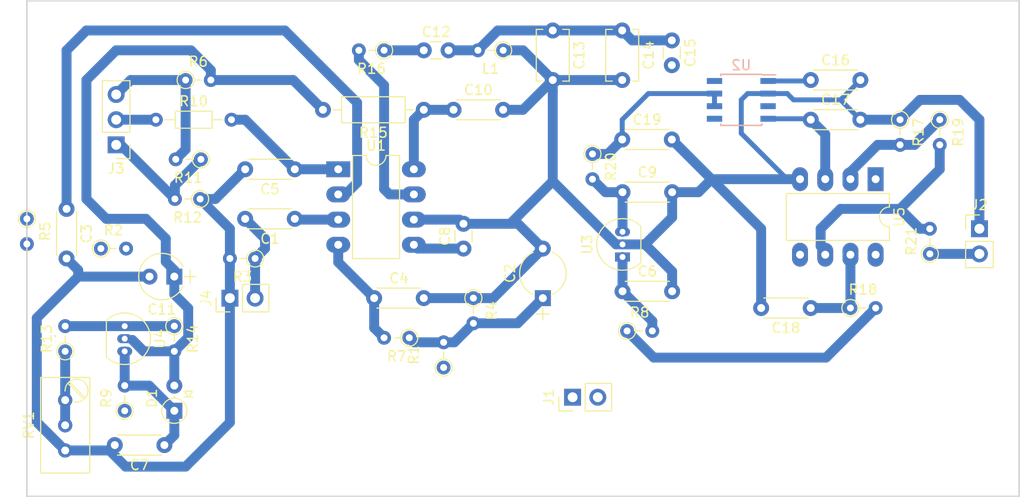
<source format=kicad_pcb>
(kicad_pcb (version 20170123) (host pcbnew no-vcs-found-ea10a67~58~ubuntu16.10.1)

  (general
    (links 91)
    (no_connects 11)
    (area 86.1825 54.924999 189.655953 105.075001)
    (thickness 1.6)
    (drawings 5)
    (tracks 185)
    (zones 0)
    (modules 52)
    (nets 36)
  )

  (page A4)
  (layers
    (0 F.Cu signal)
    (31 B.Cu signal)
    (32 B.Adhes user)
    (33 F.Adhes user)
    (34 B.Paste user)
    (35 F.Paste user)
    (36 B.SilkS user)
    (37 F.SilkS user)
    (38 B.Mask user)
    (39 F.Mask user)
    (40 Dwgs.User user)
    (41 Cmts.User user)
    (42 Eco1.User user)
    (43 Eco2.User user)
    (44 Edge.Cuts user)
    (45 Margin user)
    (46 B.CrtYd user)
    (47 F.CrtYd user)
    (48 B.Fab user)
    (49 F.Fab user)
  )

  (setup
    (last_trace_width 1)
    (user_trace_width 0.5)
    (user_trace_width 1)
    (trace_clearance 0.2)
    (zone_clearance 0.508)
    (zone_45_only no)
    (trace_min 0.2)
    (segment_width 0.2)
    (edge_width 0.15)
    (via_size 0.8)
    (via_drill 0.4)
    (via_min_size 0.4)
    (via_min_drill 0.3)
    (user_via 1.4 0.8)
    (uvia_size 0.3)
    (uvia_drill 0.1)
    (uvias_allowed no)
    (uvia_min_size 0.2)
    (uvia_min_drill 0.1)
    (pcb_text_width 0.3)
    (pcb_text_size 1.5 1.5)
    (mod_edge_width 0.15)
    (mod_text_size 1 1)
    (mod_text_width 0.15)
    (pad_size 1.524 1.524)
    (pad_drill 0.762)
    (pad_to_mask_clearance 0.2)
    (aux_axis_origin 0 0)
    (visible_elements FFFFFF7F)
    (pcbplotparams
      (layerselection 0x00030_ffffffff)
      (usegerberextensions false)
      (excludeedgelayer true)
      (linewidth 0.100000)
      (plotframeref false)
      (viasonmask false)
      (mode 1)
      (useauxorigin false)
      (hpglpennumber 1)
      (hpglpenspeed 20)
      (hpglpendiameter 15)
      (psnegative false)
      (psa4output false)
      (plotreference true)
      (plotvalue true)
      (plotinvisibletext false)
      (padsonsilk false)
      (subtractmaskfromsilk false)
      (outputformat 1)
      (mirror false)
      (drillshape 1)
      (scaleselection 1)
      (outputdirectory ""))
  )

  (net 0 "")
  (net 1 /IN)
  (net 2 "Net-(C1-Pad1)")
  (net 3 "Net-(C3-Pad1)")
  (net 4 GND)
  (net 5 "Net-(C4-Pad1)")
  (net 6 "Net-(C5-Pad1)")
  (net 7 "Net-(C6-Pad1)")
  (net 8 "Net-(C7-Pad1)")
  (net 9 "Net-(C8-Pad1)")
  (net 10 /+5v)
  (net 11 "Net-(C10-Pad1)")
  (net 12 /+10v)
  (net 13 "Net-(C12-Pad2)")
  (net 14 "Net-(C12-Pad1)")
  (net 15 "Net-(C15-Pad2)")
  (net 16 "Net-(C16-Pad1)")
  (net 17 "Net-(C17-Pad1)")
  (net 18 "Net-(C18-Pad1)")
  (net 19 "Net-(C19-Pad1)")
  (net 20 /+15v)
  (net 21 /V_OUT)
  (net 22 /IF_GAIN_A)
  (net 23 /IF_GAIN_B)
  (net 24 /IF_GAIN_C)
  (net 25 "Net-(C2-Pad1)")
  (net 26 "Net-(R13-Pad1)")
  (net 27 "Net-(R13-Pad2)")
  (net 28 "Net-(R16-Pad2)")
  (net 29 "Net-(R17-Pad2)")
  (net 30 "Net-(R19-Pad2)")
  (net 31 "Net-(U2-Pad3)")
  (net 32 "Net-(U2-Pad5)")
  (net 33 "Net-(U5-Pad8)")
  (net 34 "Net-(U5-Pad5)")
  (net 35 "Net-(U5-Pad1)")

  (net_class Default "This is the default net class."
    (clearance 0.2)
    (trace_width 0.25)
    (via_dia 0.8)
    (via_drill 0.4)
    (uvia_dia 0.3)
    (uvia_drill 0.1)
    (add_net /+10v)
    (add_net /+15v)
    (add_net /+5v)
    (add_net /IF_GAIN_A)
    (add_net /IF_GAIN_B)
    (add_net /IF_GAIN_C)
    (add_net /IN)
    (add_net /V_OUT)
    (add_net GND)
    (add_net "Net-(C1-Pad1)")
    (add_net "Net-(C10-Pad1)")
    (add_net "Net-(C12-Pad1)")
    (add_net "Net-(C12-Pad2)")
    (add_net "Net-(C15-Pad2)")
    (add_net "Net-(C16-Pad1)")
    (add_net "Net-(C17-Pad1)")
    (add_net "Net-(C18-Pad1)")
    (add_net "Net-(C19-Pad1)")
    (add_net "Net-(C2-Pad1)")
    (add_net "Net-(C3-Pad1)")
    (add_net "Net-(C4-Pad1)")
    (add_net "Net-(C5-Pad1)")
    (add_net "Net-(C6-Pad1)")
    (add_net "Net-(C7-Pad1)")
    (add_net "Net-(C8-Pad1)")
    (add_net "Net-(R13-Pad1)")
    (add_net "Net-(R13-Pad2)")
    (add_net "Net-(R16-Pad2)")
    (add_net "Net-(R17-Pad2)")
    (add_net "Net-(R19-Pad2)")
    (add_net "Net-(U2-Pad3)")
    (add_net "Net-(U2-Pad5)")
    (add_net "Net-(U5-Pad1)")
    (add_net "Net-(U5-Pad5)")
    (add_net "Net-(U5-Pad8)")
  )

  (module Capacitors_ThroughHole:C_Disc_D4.3mm_W1.9mm_P5.00mm (layer F.Cu) (tedit 58765D06) (tstamp 58CD5081)
    (at 93 76 270)
    (descr "C, Disc series, Radial, pin pitch=5.00mm, , diameter*width=4.3*1.9mm^2, Capacitor, http://www.vishay.com/docs/45233/krseries.pdf")
    (tags "C Disc series Radial pin pitch 5.00mm  diameter 4.3mm width 1.9mm Capacitor")
    (path /58CCE1E5)
    (fp_text reference C3 (at 2.5 -2.01 270) (layer F.SilkS)
      (effects (font (size 1 1) (thickness 0.15)))
    )
    (fp_text value .1 (at 2.5 2.01 270) (layer F.Fab)
      (effects (font (size 1 1) (thickness 0.15)))
    )
    (fp_line (start 0.35 -0.95) (end 0.35 0.95) (layer F.Fab) (width 0.1))
    (fp_line (start 0.35 0.95) (end 4.65 0.95) (layer F.Fab) (width 0.1))
    (fp_line (start 4.65 0.95) (end 4.65 -0.95) (layer F.Fab) (width 0.1))
    (fp_line (start 4.65 -0.95) (end 0.35 -0.95) (layer F.Fab) (width 0.1))
    (fp_line (start 0.29 -1.01) (end 4.71 -1.01) (layer F.SilkS) (width 0.12))
    (fp_line (start 0.29 1.01) (end 4.71 1.01) (layer F.SilkS) (width 0.12))
    (fp_line (start 0.29 -1.01) (end 0.29 -0.996) (layer F.SilkS) (width 0.12))
    (fp_line (start 0.29 0.996) (end 0.29 1.01) (layer F.SilkS) (width 0.12))
    (fp_line (start 4.71 -1.01) (end 4.71 -0.996) (layer F.SilkS) (width 0.12))
    (fp_line (start 4.71 0.996) (end 4.71 1.01) (layer F.SilkS) (width 0.12))
    (fp_line (start -1.05 -1.3) (end -1.05 1.3) (layer F.CrtYd) (width 0.05))
    (fp_line (start -1.05 1.3) (end 6.05 1.3) (layer F.CrtYd) (width 0.05))
    (fp_line (start 6.05 1.3) (end 6.05 -1.3) (layer F.CrtYd) (width 0.05))
    (fp_line (start 6.05 -1.3) (end -1.05 -1.3) (layer F.CrtYd) (width 0.05))
    (pad 1 thru_hole circle (at 0 0 270) (size 1.6 1.6) (drill 0.8) (layers *.Cu *.Mask)
      (net 3 "Net-(C3-Pad1)"))
    (pad 2 thru_hole circle (at 5 0 270) (size 1.6 1.6) (drill 0.8) (layers *.Cu *.Mask)
      (net 4 GND))
    (model Capacitors_THT.3dshapes/C_Disc_D4.3mm_W1.9mm_P5.00mm.wrl
      (at (xyz 0 0 0))
      (scale (xyz 0.393701 0.393701 0.393701))
      (rotate (xyz 0 0 0))
    )
  )

  (module Resistors_ThroughHole:R_Axial_DIN0204_L3.6mm_D1.6mm_P2.54mm_Vertical (layer F.Cu) (tedit 5874F706) (tstamp 58CD5142)
    (at 106.54 71 180)
    (descr "Resistor, Axial_DIN0204 series, Axial, Vertical, pin pitch=2.54mm, 0.16666666666666666W = 1/6W, length*diameter=3.6*1.6mm^2, http://cdn-reichelt.de/documents/datenblatt/B400/1_4W%23YAG.pdf")
    (tags "Resistor Axial_DIN0204 series Axial Vertical pin pitch 2.54mm 0.16666666666666666W = 1/6W length 3.6mm diameter 1.6mm")
    (path /58CCFCA3)
    (fp_text reference R11 (at 1.27 -1.86 180) (layer F.SilkS)
      (effects (font (size 1 1) (thickness 0.15)))
    )
    (fp_text value 510 (at 1.27 1.86 180) (layer F.Fab)
      (effects (font (size 1 1) (thickness 0.15)))
    )
    (fp_line (start 3.55 -1.15) (end -1.15 -1.15) (layer F.CrtYd) (width 0.05))
    (fp_line (start 3.55 1.15) (end 3.55 -1.15) (layer F.CrtYd) (width 0.05))
    (fp_line (start -1.15 1.15) (end 3.55 1.15) (layer F.CrtYd) (width 0.05))
    (fp_line (start -1.15 -1.15) (end -1.15 1.15) (layer F.CrtYd) (width 0.05))
    (fp_line (start 0.86 0) (end 1.54 0) (layer F.SilkS) (width 0.12))
    (fp_line (start 0 0) (end 2.54 0) (layer F.Fab) (width 0.1))
    (fp_circle (center 0 0) (end 0.86 0) (layer F.SilkS) (width 0.12))
    (fp_circle (center 0 0) (end 0.8 0) (layer F.Fab) (width 0.1))
    (pad 2 thru_hole oval (at 2.54 0 180) (size 1.4 1.4) (drill 0.7) (layers *.Cu *.Mask)
      (net 22 /IF_GAIN_A))
    (pad 1 thru_hole circle (at 0 0 180) (size 1.4 1.4) (drill 0.7) (layers *.Cu *.Mask)
      (net 24 /IF_GAIN_C))
    (model Resistors_THT.3dshapes/R_Axial_DIN0204_L3.6mm_D1.6mm_P2.54mm_Vertical.wrl
      (at (xyz 0 0 0))
      (scale (xyz 0.393701 0.393701 0.393701))
      (rotate (xyz 0 0 0))
    )
  )

  (module Capacitors_ThroughHole:C_Disc_D4.3mm_W1.9mm_P5.00mm (layer F.Cu) (tedit 58765D06) (tstamp 58CD5075)
    (at 116 77 180)
    (descr "C, Disc series, Radial, pin pitch=5.00mm, , diameter*width=4.3*1.9mm^2, Capacitor, http://www.vishay.com/docs/45233/krseries.pdf")
    (tags "C Disc series Radial pin pitch 5.00mm  diameter 4.3mm width 1.9mm Capacitor")
    (path /58CCD5CC)
    (fp_text reference C1 (at 2.5 -2.01 180) (layer F.SilkS)
      (effects (font (size 1 1) (thickness 0.15)))
    )
    (fp_text value .01 (at 2.5 2.01 180) (layer F.Fab)
      (effects (font (size 1 1) (thickness 0.15)))
    )
    (fp_line (start 6.05 -1.3) (end -1.05 -1.3) (layer F.CrtYd) (width 0.05))
    (fp_line (start 6.05 1.3) (end 6.05 -1.3) (layer F.CrtYd) (width 0.05))
    (fp_line (start -1.05 1.3) (end 6.05 1.3) (layer F.CrtYd) (width 0.05))
    (fp_line (start -1.05 -1.3) (end -1.05 1.3) (layer F.CrtYd) (width 0.05))
    (fp_line (start 4.71 0.996) (end 4.71 1.01) (layer F.SilkS) (width 0.12))
    (fp_line (start 4.71 -1.01) (end 4.71 -0.996) (layer F.SilkS) (width 0.12))
    (fp_line (start 0.29 0.996) (end 0.29 1.01) (layer F.SilkS) (width 0.12))
    (fp_line (start 0.29 -1.01) (end 0.29 -0.996) (layer F.SilkS) (width 0.12))
    (fp_line (start 0.29 1.01) (end 4.71 1.01) (layer F.SilkS) (width 0.12))
    (fp_line (start 0.29 -1.01) (end 4.71 -1.01) (layer F.SilkS) (width 0.12))
    (fp_line (start 4.65 -0.95) (end 0.35 -0.95) (layer F.Fab) (width 0.1))
    (fp_line (start 4.65 0.95) (end 4.65 -0.95) (layer F.Fab) (width 0.1))
    (fp_line (start 0.35 0.95) (end 4.65 0.95) (layer F.Fab) (width 0.1))
    (fp_line (start 0.35 -0.95) (end 0.35 0.95) (layer F.Fab) (width 0.1))
    (pad 2 thru_hole circle (at 5 0 180) (size 1.6 1.6) (drill 0.8) (layers *.Cu *.Mask)
      (net 1 /IN))
    (pad 1 thru_hole circle (at 0 0 180) (size 1.6 1.6) (drill 0.8) (layers *.Cu *.Mask)
      (net 2 "Net-(C1-Pad1)"))
    (model Capacitors_THT.3dshapes/C_Disc_D4.3mm_W1.9mm_P5.00mm.wrl
      (at (xyz 0 0 0))
      (scale (xyz 0.393701 0.393701 0.393701))
      (rotate (xyz 0 0 0))
    )
  )

  (module Capacitors_ThroughHole:C_Disc_D4.3mm_W1.9mm_P5.00mm (layer F.Cu) (tedit 58765D06) (tstamp 58CD5087)
    (at 124 85)
    (descr "C, Disc series, Radial, pin pitch=5.00mm, , diameter*width=4.3*1.9mm^2, Capacitor, http://www.vishay.com/docs/45233/krseries.pdf")
    (tags "C Disc series Radial pin pitch 5.00mm  diameter 4.3mm width 1.9mm Capacitor")
    (path /58CCD824)
    (fp_text reference C4 (at 2.5 -2.01) (layer F.SilkS)
      (effects (font (size 1 1) (thickness 0.15)))
    )
    (fp_text value .1 (at 2.5 2.01) (layer F.Fab)
      (effects (font (size 1 1) (thickness 0.15)))
    )
    (fp_line (start 0.35 -0.95) (end 0.35 0.95) (layer F.Fab) (width 0.1))
    (fp_line (start 0.35 0.95) (end 4.65 0.95) (layer F.Fab) (width 0.1))
    (fp_line (start 4.65 0.95) (end 4.65 -0.95) (layer F.Fab) (width 0.1))
    (fp_line (start 4.65 -0.95) (end 0.35 -0.95) (layer F.Fab) (width 0.1))
    (fp_line (start 0.29 -1.01) (end 4.71 -1.01) (layer F.SilkS) (width 0.12))
    (fp_line (start 0.29 1.01) (end 4.71 1.01) (layer F.SilkS) (width 0.12))
    (fp_line (start 0.29 -1.01) (end 0.29 -0.996) (layer F.SilkS) (width 0.12))
    (fp_line (start 0.29 0.996) (end 0.29 1.01) (layer F.SilkS) (width 0.12))
    (fp_line (start 4.71 -1.01) (end 4.71 -0.996) (layer F.SilkS) (width 0.12))
    (fp_line (start 4.71 0.996) (end 4.71 1.01) (layer F.SilkS) (width 0.12))
    (fp_line (start -1.05 -1.3) (end -1.05 1.3) (layer F.CrtYd) (width 0.05))
    (fp_line (start -1.05 1.3) (end 6.05 1.3) (layer F.CrtYd) (width 0.05))
    (fp_line (start 6.05 1.3) (end 6.05 -1.3) (layer F.CrtYd) (width 0.05))
    (fp_line (start 6.05 -1.3) (end -1.05 -1.3) (layer F.CrtYd) (width 0.05))
    (pad 1 thru_hole circle (at 0 0) (size 1.6 1.6) (drill 0.8) (layers *.Cu *.Mask)
      (net 5 "Net-(C4-Pad1)"))
    (pad 2 thru_hole circle (at 5 0) (size 1.6 1.6) (drill 0.8) (layers *.Cu *.Mask)
      (net 4 GND))
    (model Capacitors_THT.3dshapes/C_Disc_D4.3mm_W1.9mm_P5.00mm.wrl
      (at (xyz 0 0 0))
      (scale (xyz 0.393701 0.393701 0.393701))
      (rotate (xyz 0 0 0))
    )
  )

  (module Capacitors_ThroughHole:C_Disc_D4.3mm_W1.9mm_P5.00mm (layer F.Cu) (tedit 58765D06) (tstamp 58CD508D)
    (at 116 72 180)
    (descr "C, Disc series, Radial, pin pitch=5.00mm, , diameter*width=4.3*1.9mm^2, Capacitor, http://www.vishay.com/docs/45233/krseries.pdf")
    (tags "C Disc series Radial pin pitch 5.00mm  diameter 4.3mm width 1.9mm Capacitor")
    (path /58CCF153)
    (fp_text reference C5 (at 2.5 -2.01 180) (layer F.SilkS)
      (effects (font (size 1 1) (thickness 0.15)))
    )
    (fp_text value .1 (at 2.5 2.01 180) (layer F.Fab)
      (effects (font (size 1 1) (thickness 0.15)))
    )
    (fp_line (start 6.05 -1.3) (end -1.05 -1.3) (layer F.CrtYd) (width 0.05))
    (fp_line (start 6.05 1.3) (end 6.05 -1.3) (layer F.CrtYd) (width 0.05))
    (fp_line (start -1.05 1.3) (end 6.05 1.3) (layer F.CrtYd) (width 0.05))
    (fp_line (start -1.05 -1.3) (end -1.05 1.3) (layer F.CrtYd) (width 0.05))
    (fp_line (start 4.71 0.996) (end 4.71 1.01) (layer F.SilkS) (width 0.12))
    (fp_line (start 4.71 -1.01) (end 4.71 -0.996) (layer F.SilkS) (width 0.12))
    (fp_line (start 0.29 0.996) (end 0.29 1.01) (layer F.SilkS) (width 0.12))
    (fp_line (start 0.29 -1.01) (end 0.29 -0.996) (layer F.SilkS) (width 0.12))
    (fp_line (start 0.29 1.01) (end 4.71 1.01) (layer F.SilkS) (width 0.12))
    (fp_line (start 0.29 -1.01) (end 4.71 -1.01) (layer F.SilkS) (width 0.12))
    (fp_line (start 4.65 -0.95) (end 0.35 -0.95) (layer F.Fab) (width 0.1))
    (fp_line (start 4.65 0.95) (end 4.65 -0.95) (layer F.Fab) (width 0.1))
    (fp_line (start 0.35 0.95) (end 4.65 0.95) (layer F.Fab) (width 0.1))
    (fp_line (start 0.35 -0.95) (end 0.35 0.95) (layer F.Fab) (width 0.1))
    (pad 2 thru_hole circle (at 5 0 180) (size 1.6 1.6) (drill 0.8) (layers *.Cu *.Mask)
      (net 4 GND))
    (pad 1 thru_hole circle (at 0 0 180) (size 1.6 1.6) (drill 0.8) (layers *.Cu *.Mask)
      (net 6 "Net-(C5-Pad1)"))
    (model Capacitors_THT.3dshapes/C_Disc_D4.3mm_W1.9mm_P5.00mm.wrl
      (at (xyz 0 0 0))
      (scale (xyz 0.393701 0.393701 0.393701))
      (rotate (xyz 0 0 0))
    )
  )

  (module Capacitors_ThroughHole:C_Disc_D4.3mm_W1.9mm_P5.00mm (layer F.Cu) (tedit 58765D06) (tstamp 58CD5093)
    (at 149.030838 84.31152)
    (descr "C, Disc series, Radial, pin pitch=5.00mm, , diameter*width=4.3*1.9mm^2, Capacitor, http://www.vishay.com/docs/45233/krseries.pdf")
    (tags "C Disc series Radial pin pitch 5.00mm  diameter 4.3mm width 1.9mm Capacitor")
    (path /58CD07AF)
    (fp_text reference C6 (at 2.5 -2.01) (layer F.SilkS)
      (effects (font (size 1 1) (thickness 0.15)))
    )
    (fp_text value .22 (at 2.5 2.01) (layer F.Fab)
      (effects (font (size 1 1) (thickness 0.15)))
    )
    (fp_line (start 0.35 -0.95) (end 0.35 0.95) (layer F.Fab) (width 0.1))
    (fp_line (start 0.35 0.95) (end 4.65 0.95) (layer F.Fab) (width 0.1))
    (fp_line (start 4.65 0.95) (end 4.65 -0.95) (layer F.Fab) (width 0.1))
    (fp_line (start 4.65 -0.95) (end 0.35 -0.95) (layer F.Fab) (width 0.1))
    (fp_line (start 0.29 -1.01) (end 4.71 -1.01) (layer F.SilkS) (width 0.12))
    (fp_line (start 0.29 1.01) (end 4.71 1.01) (layer F.SilkS) (width 0.12))
    (fp_line (start 0.29 -1.01) (end 0.29 -0.996) (layer F.SilkS) (width 0.12))
    (fp_line (start 0.29 0.996) (end 0.29 1.01) (layer F.SilkS) (width 0.12))
    (fp_line (start 4.71 -1.01) (end 4.71 -0.996) (layer F.SilkS) (width 0.12))
    (fp_line (start 4.71 0.996) (end 4.71 1.01) (layer F.SilkS) (width 0.12))
    (fp_line (start -1.05 -1.3) (end -1.05 1.3) (layer F.CrtYd) (width 0.05))
    (fp_line (start -1.05 1.3) (end 6.05 1.3) (layer F.CrtYd) (width 0.05))
    (fp_line (start 6.05 1.3) (end 6.05 -1.3) (layer F.CrtYd) (width 0.05))
    (fp_line (start 6.05 -1.3) (end -1.05 -1.3) (layer F.CrtYd) (width 0.05))
    (pad 1 thru_hole circle (at 0 0) (size 1.6 1.6) (drill 0.8) (layers *.Cu *.Mask)
      (net 7 "Net-(C6-Pad1)"))
    (pad 2 thru_hole circle (at 5 0) (size 1.6 1.6) (drill 0.8) (layers *.Cu *.Mask)
      (net 4 GND))
    (model Capacitors_THT.3dshapes/C_Disc_D4.3mm_W1.9mm_P5.00mm.wrl
      (at (xyz 0 0 0))
      (scale (xyz 0.393701 0.393701 0.393701))
      (rotate (xyz 0 0 0))
    )
  )

  (module Capacitors_ThroughHole:C_Disc_D4.3mm_W1.9mm_P5.00mm (layer F.Cu) (tedit 58765D06) (tstamp 58CD5099)
    (at 102.859301 99.827649 180)
    (descr "C, Disc series, Radial, pin pitch=5.00mm, , diameter*width=4.3*1.9mm^2, Capacitor, http://www.vishay.com/docs/45233/krseries.pdf")
    (tags "C Disc series Radial pin pitch 5.00mm  diameter 4.3mm width 1.9mm Capacitor")
    (path /58CD14D6)
    (fp_text reference C7 (at 2.5 -2.01 180) (layer F.SilkS)
      (effects (font (size 1 1) (thickness 0.15)))
    )
    (fp_text value .1 (at 2.5 2.01 180) (layer F.Fab)
      (effects (font (size 1 1) (thickness 0.15)))
    )
    (fp_line (start 0.35 -0.95) (end 0.35 0.95) (layer F.Fab) (width 0.1))
    (fp_line (start 0.35 0.95) (end 4.65 0.95) (layer F.Fab) (width 0.1))
    (fp_line (start 4.65 0.95) (end 4.65 -0.95) (layer F.Fab) (width 0.1))
    (fp_line (start 4.65 -0.95) (end 0.35 -0.95) (layer F.Fab) (width 0.1))
    (fp_line (start 0.29 -1.01) (end 4.71 -1.01) (layer F.SilkS) (width 0.12))
    (fp_line (start 0.29 1.01) (end 4.71 1.01) (layer F.SilkS) (width 0.12))
    (fp_line (start 0.29 -1.01) (end 0.29 -0.996) (layer F.SilkS) (width 0.12))
    (fp_line (start 0.29 0.996) (end 0.29 1.01) (layer F.SilkS) (width 0.12))
    (fp_line (start 4.71 -1.01) (end 4.71 -0.996) (layer F.SilkS) (width 0.12))
    (fp_line (start 4.71 0.996) (end 4.71 1.01) (layer F.SilkS) (width 0.12))
    (fp_line (start -1.05 -1.3) (end -1.05 1.3) (layer F.CrtYd) (width 0.05))
    (fp_line (start -1.05 1.3) (end 6.05 1.3) (layer F.CrtYd) (width 0.05))
    (fp_line (start 6.05 1.3) (end 6.05 -1.3) (layer F.CrtYd) (width 0.05))
    (fp_line (start 6.05 -1.3) (end -1.05 -1.3) (layer F.CrtYd) (width 0.05))
    (pad 1 thru_hole circle (at 0 0 180) (size 1.6 1.6) (drill 0.8) (layers *.Cu *.Mask)
      (net 8 "Net-(C7-Pad1)"))
    (pad 2 thru_hole circle (at 5 0 180) (size 1.6 1.6) (drill 0.8) (layers *.Cu *.Mask)
      (net 4 GND))
    (model Capacitors_THT.3dshapes/C_Disc_D4.3mm_W1.9mm_P5.00mm.wrl
      (at (xyz 0 0 0))
      (scale (xyz 0.393701 0.393701 0.393701))
      (rotate (xyz 0 0 0))
    )
  )

  (module Capacitors_ThroughHole:C_Disc_D3.0mm_W1.6mm_P2.50mm (layer F.Cu) (tedit 58765D06) (tstamp 58CD509F)
    (at 133 80 90)
    (descr "C, Disc series, Radial, pin pitch=2.50mm, , diameter*width=3.0*1.6mm^2, Capacitor, http://www.vishay.com/docs/45233/krseries.pdf")
    (tags "C Disc series Radial pin pitch 2.50mm  diameter 3.0mm width 1.6mm Capacitor")
    (path /58CCE90E)
    (fp_text reference C8 (at 1.25 -1.86 90) (layer F.SilkS)
      (effects (font (size 1 1) (thickness 0.15)))
    )
    (fp_text value 18 (at 1.25 1.86 90) (layer F.Fab)
      (effects (font (size 1 1) (thickness 0.15)))
    )
    (fp_line (start -0.25 -0.8) (end -0.25 0.8) (layer F.Fab) (width 0.1))
    (fp_line (start -0.25 0.8) (end 2.75 0.8) (layer F.Fab) (width 0.1))
    (fp_line (start 2.75 0.8) (end 2.75 -0.8) (layer F.Fab) (width 0.1))
    (fp_line (start 2.75 -0.8) (end -0.25 -0.8) (layer F.Fab) (width 0.1))
    (fp_line (start 0.663 -0.861) (end 1.837 -0.861) (layer F.SilkS) (width 0.12))
    (fp_line (start 0.663 0.861) (end 1.837 0.861) (layer F.SilkS) (width 0.12))
    (fp_line (start -1.05 -1.15) (end -1.05 1.15) (layer F.CrtYd) (width 0.05))
    (fp_line (start -1.05 1.15) (end 3.55 1.15) (layer F.CrtYd) (width 0.05))
    (fp_line (start 3.55 1.15) (end 3.55 -1.15) (layer F.CrtYd) (width 0.05))
    (fp_line (start 3.55 -1.15) (end -1.05 -1.15) (layer F.CrtYd) (width 0.05))
    (pad 1 thru_hole circle (at 0 0 90) (size 1.6 1.6) (drill 0.8) (layers *.Cu *.Mask)
      (net 9 "Net-(C8-Pad1)"))
    (pad 2 thru_hole circle (at 2.5 0 90) (size 1.6 1.6) (drill 0.8) (layers *.Cu *.Mask)
      (net 4 GND))
    (model Capacitors_THT.3dshapes/C_Disc_D3.0mm_W1.6mm_P2.50mm.wrl
      (at (xyz 0 0 0))
      (scale (xyz 0.393701 0.393701 0.393701))
      (rotate (xyz 0 0 0))
    )
  )

  (module Capacitors_ThroughHole:C_Disc_D4.3mm_W1.9mm_P5.00mm (layer F.Cu) (tedit 58765D06) (tstamp 58CD50A5)
    (at 149.030838 74.31152)
    (descr "C, Disc series, Radial, pin pitch=5.00mm, , diameter*width=4.3*1.9mm^2, Capacitor, http://www.vishay.com/docs/45233/krseries.pdf")
    (tags "C Disc series Radial pin pitch 5.00mm  diameter 4.3mm width 1.9mm Capacitor")
    (path /58CD0C5F)
    (fp_text reference C9 (at 2.5 -2.01) (layer F.SilkS)
      (effects (font (size 1 1) (thickness 0.15)))
    )
    (fp_text value .1 (at 2.5 2.01) (layer F.Fab)
      (effects (font (size 1 1) (thickness 0.15)))
    )
    (fp_line (start 6.05 -1.3) (end -1.05 -1.3) (layer F.CrtYd) (width 0.05))
    (fp_line (start 6.05 1.3) (end 6.05 -1.3) (layer F.CrtYd) (width 0.05))
    (fp_line (start -1.05 1.3) (end 6.05 1.3) (layer F.CrtYd) (width 0.05))
    (fp_line (start -1.05 -1.3) (end -1.05 1.3) (layer F.CrtYd) (width 0.05))
    (fp_line (start 4.71 0.996) (end 4.71 1.01) (layer F.SilkS) (width 0.12))
    (fp_line (start 4.71 -1.01) (end 4.71 -0.996) (layer F.SilkS) (width 0.12))
    (fp_line (start 0.29 0.996) (end 0.29 1.01) (layer F.SilkS) (width 0.12))
    (fp_line (start 0.29 -1.01) (end 0.29 -0.996) (layer F.SilkS) (width 0.12))
    (fp_line (start 0.29 1.01) (end 4.71 1.01) (layer F.SilkS) (width 0.12))
    (fp_line (start 0.29 -1.01) (end 4.71 -1.01) (layer F.SilkS) (width 0.12))
    (fp_line (start 4.65 -0.95) (end 0.35 -0.95) (layer F.Fab) (width 0.1))
    (fp_line (start 4.65 0.95) (end 4.65 -0.95) (layer F.Fab) (width 0.1))
    (fp_line (start 0.35 0.95) (end 4.65 0.95) (layer F.Fab) (width 0.1))
    (fp_line (start 0.35 -0.95) (end 0.35 0.95) (layer F.Fab) (width 0.1))
    (pad 2 thru_hole circle (at 5 0) (size 1.6 1.6) (drill 0.8) (layers *.Cu *.Mask)
      (net 4 GND))
    (pad 1 thru_hole circle (at 0 0) (size 1.6 1.6) (drill 0.8) (layers *.Cu *.Mask)
      (net 10 /+5v))
    (model Capacitors_THT.3dshapes/C_Disc_D4.3mm_W1.9mm_P5.00mm.wrl
      (at (xyz 0 0 0))
      (scale (xyz 0.393701 0.393701 0.393701))
      (rotate (xyz 0 0 0))
    )
  )

  (module Capacitors_ThroughHole:C_Disc_D4.3mm_W1.9mm_P5.00mm (layer F.Cu) (tedit 58765D06) (tstamp 58CD50AB)
    (at 132 66)
    (descr "C, Disc series, Radial, pin pitch=5.00mm, , diameter*width=4.3*1.9mm^2, Capacitor, http://www.vishay.com/docs/45233/krseries.pdf")
    (tags "C Disc series Radial pin pitch 5.00mm  diameter 4.3mm width 1.9mm Capacitor")
    (path /58CCEA6C)
    (fp_text reference C10 (at 2.5 -2.01) (layer F.SilkS)
      (effects (font (size 1 1) (thickness 0.15)))
    )
    (fp_text value .1 (at 2.5 2.01) (layer F.Fab)
      (effects (font (size 1 1) (thickness 0.15)))
    )
    (fp_line (start 6.05 -1.3) (end -1.05 -1.3) (layer F.CrtYd) (width 0.05))
    (fp_line (start 6.05 1.3) (end 6.05 -1.3) (layer F.CrtYd) (width 0.05))
    (fp_line (start -1.05 1.3) (end 6.05 1.3) (layer F.CrtYd) (width 0.05))
    (fp_line (start -1.05 -1.3) (end -1.05 1.3) (layer F.CrtYd) (width 0.05))
    (fp_line (start 4.71 0.996) (end 4.71 1.01) (layer F.SilkS) (width 0.12))
    (fp_line (start 4.71 -1.01) (end 4.71 -0.996) (layer F.SilkS) (width 0.12))
    (fp_line (start 0.29 0.996) (end 0.29 1.01) (layer F.SilkS) (width 0.12))
    (fp_line (start 0.29 -1.01) (end 0.29 -0.996) (layer F.SilkS) (width 0.12))
    (fp_line (start 0.29 1.01) (end 4.71 1.01) (layer F.SilkS) (width 0.12))
    (fp_line (start 0.29 -1.01) (end 4.71 -1.01) (layer F.SilkS) (width 0.12))
    (fp_line (start 4.65 -0.95) (end 0.35 -0.95) (layer F.Fab) (width 0.1))
    (fp_line (start 4.65 0.95) (end 4.65 -0.95) (layer F.Fab) (width 0.1))
    (fp_line (start 0.35 0.95) (end 4.65 0.95) (layer F.Fab) (width 0.1))
    (fp_line (start 0.35 -0.95) (end 0.35 0.95) (layer F.Fab) (width 0.1))
    (pad 2 thru_hole circle (at 5 0) (size 1.6 1.6) (drill 0.8) (layers *.Cu *.Mask)
      (net 4 GND))
    (pad 1 thru_hole circle (at 0 0) (size 1.6 1.6) (drill 0.8) (layers *.Cu *.Mask)
      (net 11 "Net-(C10-Pad1)"))
    (model Capacitors_THT.3dshapes/C_Disc_D4.3mm_W1.9mm_P5.00mm.wrl
      (at (xyz 0 0 0))
      (scale (xyz 0.393701 0.393701 0.393701))
      (rotate (xyz 0 0 0))
    )
  )

  (module Capacitors_ThroughHole:C_Disc_D3.0mm_W1.6mm_P2.50mm (layer F.Cu) (tedit 58765D06) (tstamp 58CD50B7)
    (at 129 60)
    (descr "C, Disc series, Radial, pin pitch=2.50mm, , diameter*width=3.0*1.6mm^2, Capacitor, http://www.vishay.com/docs/45233/krseries.pdf")
    (tags "C Disc series Radial pin pitch 2.50mm  diameter 3.0mm width 1.6mm Capacitor")
    (path /58CD427F)
    (fp_text reference C12 (at 1.25 -1.86) (layer F.SilkS)
      (effects (font (size 1 1) (thickness 0.15)))
    )
    (fp_text value 5.6p (at 1.25 1.86) (layer F.Fab)
      (effects (font (size 1 1) (thickness 0.15)))
    )
    (fp_line (start 3.55 -1.15) (end -1.05 -1.15) (layer F.CrtYd) (width 0.05))
    (fp_line (start 3.55 1.15) (end 3.55 -1.15) (layer F.CrtYd) (width 0.05))
    (fp_line (start -1.05 1.15) (end 3.55 1.15) (layer F.CrtYd) (width 0.05))
    (fp_line (start -1.05 -1.15) (end -1.05 1.15) (layer F.CrtYd) (width 0.05))
    (fp_line (start 0.663 0.861) (end 1.837 0.861) (layer F.SilkS) (width 0.12))
    (fp_line (start 0.663 -0.861) (end 1.837 -0.861) (layer F.SilkS) (width 0.12))
    (fp_line (start 2.75 -0.8) (end -0.25 -0.8) (layer F.Fab) (width 0.1))
    (fp_line (start 2.75 0.8) (end 2.75 -0.8) (layer F.Fab) (width 0.1))
    (fp_line (start -0.25 0.8) (end 2.75 0.8) (layer F.Fab) (width 0.1))
    (fp_line (start -0.25 -0.8) (end -0.25 0.8) (layer F.Fab) (width 0.1))
    (pad 2 thru_hole circle (at 2.5 0) (size 1.6 1.6) (drill 0.8) (layers *.Cu *.Mask)
      (net 13 "Net-(C12-Pad2)"))
    (pad 1 thru_hole circle (at 0 0) (size 1.6 1.6) (drill 0.8) (layers *.Cu *.Mask)
      (net 14 "Net-(C12-Pad1)"))
    (model Capacitors_THT.3dshapes/C_Disc_D3.0mm_W1.6mm_P2.50mm.wrl
      (at (xyz 0 0 0))
      (scale (xyz 0.393701 0.393701 0.393701))
      (rotate (xyz 0 0 0))
    )
  )

  (module Capacitors_ThroughHole:C_Disc_D5.1mm_W3.2mm_P5.00mm (layer F.Cu) (tedit 58765D06) (tstamp 58CD50BD)
    (at 142 58 270)
    (descr "C, Disc series, Radial, pin pitch=5.00mm, , diameter*width=5.1*3.2mm^2, Capacitor, http://www.vishay.com/docs/45233/krseries.pdf")
    (tags "C Disc series Radial pin pitch 5.00mm  diameter 5.1mm width 3.2mm Capacitor")
    (path /58CD464B)
    (fp_text reference C13 (at 2.5 -2.66 270) (layer F.SilkS)
      (effects (font (size 1 1) (thickness 0.15)))
    )
    (fp_text value 5-65 (at 2.5 2.66 270) (layer F.Fab)
      (effects (font (size 1 1) (thickness 0.15)))
    )
    (fp_line (start 6.05 -1.95) (end -1.05 -1.95) (layer F.CrtYd) (width 0.05))
    (fp_line (start 6.05 1.95) (end 6.05 -1.95) (layer F.CrtYd) (width 0.05))
    (fp_line (start -1.05 1.95) (end 6.05 1.95) (layer F.CrtYd) (width 0.05))
    (fp_line (start -1.05 -1.95) (end -1.05 1.95) (layer F.CrtYd) (width 0.05))
    (fp_line (start 5.11 0.996) (end 5.11 1.66) (layer F.SilkS) (width 0.12))
    (fp_line (start 5.11 -1.66) (end 5.11 -0.996) (layer F.SilkS) (width 0.12))
    (fp_line (start -0.11 0.996) (end -0.11 1.66) (layer F.SilkS) (width 0.12))
    (fp_line (start -0.11 -1.66) (end -0.11 -0.996) (layer F.SilkS) (width 0.12))
    (fp_line (start -0.11 1.66) (end 5.11 1.66) (layer F.SilkS) (width 0.12))
    (fp_line (start -0.11 -1.66) (end 5.11 -1.66) (layer F.SilkS) (width 0.12))
    (fp_line (start 5.05 -1.6) (end -0.05 -1.6) (layer F.Fab) (width 0.1))
    (fp_line (start 5.05 1.6) (end 5.05 -1.6) (layer F.Fab) (width 0.1))
    (fp_line (start -0.05 1.6) (end 5.05 1.6) (layer F.Fab) (width 0.1))
    (fp_line (start -0.05 -1.6) (end -0.05 1.6) (layer F.Fab) (width 0.1))
    (pad 2 thru_hole circle (at 5 0 270) (size 1.6 1.6) (drill 0.8) (layers *.Cu *.Mask)
      (net 4 GND))
    (pad 1 thru_hole circle (at 0 0 270) (size 1.6 1.6) (drill 0.8) (layers *.Cu *.Mask)
      (net 13 "Net-(C12-Pad2)"))
    (model Capacitors_THT.3dshapes/C_Disc_D5.1mm_W3.2mm_P5.00mm.wrl
      (at (xyz 0 0 0))
      (scale (xyz 0.393701 0.393701 0.393701))
      (rotate (xyz 0 0 0))
    )
  )

  (module Capacitors_ThroughHole:C_Disc_D5.1mm_W3.2mm_P5.00mm (layer F.Cu) (tedit 58765D06) (tstamp 58CD50C3)
    (at 149 58 270)
    (descr "C, Disc series, Radial, pin pitch=5.00mm, , diameter*width=5.1*3.2mm^2, Capacitor, http://www.vishay.com/docs/45233/krseries.pdf")
    (tags "C Disc series Radial pin pitch 5.00mm  diameter 5.1mm width 3.2mm Capacitor")
    (path /58CD4703)
    (fp_text reference C14 (at 2.5 -2.66 270) (layer F.SilkS)
      (effects (font (size 1 1) (thickness 0.15)))
    )
    (fp_text value 200 (at 2.5 2.66 270) (layer F.Fab)
      (effects (font (size 1 1) (thickness 0.15)))
    )
    (fp_line (start -0.05 -1.6) (end -0.05 1.6) (layer F.Fab) (width 0.1))
    (fp_line (start -0.05 1.6) (end 5.05 1.6) (layer F.Fab) (width 0.1))
    (fp_line (start 5.05 1.6) (end 5.05 -1.6) (layer F.Fab) (width 0.1))
    (fp_line (start 5.05 -1.6) (end -0.05 -1.6) (layer F.Fab) (width 0.1))
    (fp_line (start -0.11 -1.66) (end 5.11 -1.66) (layer F.SilkS) (width 0.12))
    (fp_line (start -0.11 1.66) (end 5.11 1.66) (layer F.SilkS) (width 0.12))
    (fp_line (start -0.11 -1.66) (end -0.11 -0.996) (layer F.SilkS) (width 0.12))
    (fp_line (start -0.11 0.996) (end -0.11 1.66) (layer F.SilkS) (width 0.12))
    (fp_line (start 5.11 -1.66) (end 5.11 -0.996) (layer F.SilkS) (width 0.12))
    (fp_line (start 5.11 0.996) (end 5.11 1.66) (layer F.SilkS) (width 0.12))
    (fp_line (start -1.05 -1.95) (end -1.05 1.95) (layer F.CrtYd) (width 0.05))
    (fp_line (start -1.05 1.95) (end 6.05 1.95) (layer F.CrtYd) (width 0.05))
    (fp_line (start 6.05 1.95) (end 6.05 -1.95) (layer F.CrtYd) (width 0.05))
    (fp_line (start 6.05 -1.95) (end -1.05 -1.95) (layer F.CrtYd) (width 0.05))
    (pad 1 thru_hole circle (at 0 0 270) (size 1.6 1.6) (drill 0.8) (layers *.Cu *.Mask)
      (net 13 "Net-(C12-Pad2)"))
    (pad 2 thru_hole circle (at 5 0 270) (size 1.6 1.6) (drill 0.8) (layers *.Cu *.Mask)
      (net 4 GND))
    (model Capacitors_THT.3dshapes/C_Disc_D5.1mm_W3.2mm_P5.00mm.wrl
      (at (xyz 0 0 0))
      (scale (xyz 0.393701 0.393701 0.393701))
      (rotate (xyz 0 0 0))
    )
  )

  (module Capacitors_ThroughHole:C_Disc_D3.0mm_W1.6mm_P2.50mm (layer F.Cu) (tedit 58765D06) (tstamp 58CD50C9)
    (at 154 59 270)
    (descr "C, Disc series, Radial, pin pitch=2.50mm, , diameter*width=3.0*1.6mm^2, Capacitor, http://www.vishay.com/docs/45233/krseries.pdf")
    (tags "C Disc series Radial pin pitch 2.50mm  diameter 3.0mm width 1.6mm Capacitor")
    (path /58CD47BF)
    (fp_text reference C15 (at 1.25 -1.86 270) (layer F.SilkS)
      (effects (font (size 1 1) (thickness 0.15)))
    )
    (fp_text value 5.6p (at 1.25 1.86 270) (layer F.Fab)
      (effects (font (size 1 1) (thickness 0.15)))
    )
    (fp_line (start 3.55 -1.15) (end -1.05 -1.15) (layer F.CrtYd) (width 0.05))
    (fp_line (start 3.55 1.15) (end 3.55 -1.15) (layer F.CrtYd) (width 0.05))
    (fp_line (start -1.05 1.15) (end 3.55 1.15) (layer F.CrtYd) (width 0.05))
    (fp_line (start -1.05 -1.15) (end -1.05 1.15) (layer F.CrtYd) (width 0.05))
    (fp_line (start 0.663 0.861) (end 1.837 0.861) (layer F.SilkS) (width 0.12))
    (fp_line (start 0.663 -0.861) (end 1.837 -0.861) (layer F.SilkS) (width 0.12))
    (fp_line (start 2.75 -0.8) (end -0.25 -0.8) (layer F.Fab) (width 0.1))
    (fp_line (start 2.75 0.8) (end 2.75 -0.8) (layer F.Fab) (width 0.1))
    (fp_line (start -0.25 0.8) (end 2.75 0.8) (layer F.Fab) (width 0.1))
    (fp_line (start -0.25 -0.8) (end -0.25 0.8) (layer F.Fab) (width 0.1))
    (pad 2 thru_hole circle (at 2.5 0 270) (size 1.6 1.6) (drill 0.8) (layers *.Cu *.Mask)
      (net 15 "Net-(C15-Pad2)"))
    (pad 1 thru_hole circle (at 0 0 270) (size 1.6 1.6) (drill 0.8) (layers *.Cu *.Mask)
      (net 13 "Net-(C12-Pad2)"))
    (model Capacitors_THT.3dshapes/C_Disc_D3.0mm_W1.6mm_P2.50mm.wrl
      (at (xyz 0 0 0))
      (scale (xyz 0.393701 0.393701 0.393701))
      (rotate (xyz 0 0 0))
    )
  )

  (module Capacitors_ThroughHole:C_Disc_D4.3mm_W1.9mm_P5.00mm (layer F.Cu) (tedit 58765D06) (tstamp 58CD50CF)
    (at 168 63)
    (descr "C, Disc series, Radial, pin pitch=5.00mm, , diameter*width=4.3*1.9mm^2, Capacitor, http://www.vishay.com/docs/45233/krseries.pdf")
    (tags "C Disc series Radial pin pitch 5.00mm  diameter 4.3mm width 1.9mm Capacitor")
    (path /58CD38A5)
    (fp_text reference C16 (at 2.5 -2.01) (layer F.SilkS)
      (effects (font (size 1 1) (thickness 0.15)))
    )
    (fp_text value .1 (at 2.5 2.01) (layer F.Fab)
      (effects (font (size 1 1) (thickness 0.15)))
    )
    (fp_line (start 0.35 -0.95) (end 0.35 0.95) (layer F.Fab) (width 0.1))
    (fp_line (start 0.35 0.95) (end 4.65 0.95) (layer F.Fab) (width 0.1))
    (fp_line (start 4.65 0.95) (end 4.65 -0.95) (layer F.Fab) (width 0.1))
    (fp_line (start 4.65 -0.95) (end 0.35 -0.95) (layer F.Fab) (width 0.1))
    (fp_line (start 0.29 -1.01) (end 4.71 -1.01) (layer F.SilkS) (width 0.12))
    (fp_line (start 0.29 1.01) (end 4.71 1.01) (layer F.SilkS) (width 0.12))
    (fp_line (start 0.29 -1.01) (end 0.29 -0.996) (layer F.SilkS) (width 0.12))
    (fp_line (start 0.29 0.996) (end 0.29 1.01) (layer F.SilkS) (width 0.12))
    (fp_line (start 4.71 -1.01) (end 4.71 -0.996) (layer F.SilkS) (width 0.12))
    (fp_line (start 4.71 0.996) (end 4.71 1.01) (layer F.SilkS) (width 0.12))
    (fp_line (start -1.05 -1.3) (end -1.05 1.3) (layer F.CrtYd) (width 0.05))
    (fp_line (start -1.05 1.3) (end 6.05 1.3) (layer F.CrtYd) (width 0.05))
    (fp_line (start 6.05 1.3) (end 6.05 -1.3) (layer F.CrtYd) (width 0.05))
    (fp_line (start 6.05 -1.3) (end -1.05 -1.3) (layer F.CrtYd) (width 0.05))
    (pad 1 thru_hole circle (at 0 0) (size 1.6 1.6) (drill 0.8) (layers *.Cu *.Mask)
      (net 16 "Net-(C16-Pad1)"))
    (pad 2 thru_hole circle (at 5 0) (size 1.6 1.6) (drill 0.8) (layers *.Cu *.Mask)
      (net 4 GND))
    (model Capacitors_THT.3dshapes/C_Disc_D4.3mm_W1.9mm_P5.00mm.wrl
      (at (xyz 0 0 0))
      (scale (xyz 0.393701 0.393701 0.393701))
      (rotate (xyz 0 0 0))
    )
  )

  (module Capacitors_ThroughHole:C_Disc_D4.3mm_W1.9mm_P5.00mm (layer F.Cu) (tedit 58765D06) (tstamp 58CD50D5)
    (at 168 67)
    (descr "C, Disc series, Radial, pin pitch=5.00mm, , diameter*width=4.3*1.9mm^2, Capacitor, http://www.vishay.com/docs/45233/krseries.pdf")
    (tags "C Disc series Radial pin pitch 5.00mm  diameter 4.3mm width 1.9mm Capacitor")
    (path /58CD6AC3)
    (fp_text reference C17 (at 2.5 -2.01) (layer F.SilkS)
      (effects (font (size 1 1) (thickness 0.15)))
    )
    (fp_text value .001 (at 2.5 2.01) (layer F.Fab)
      (effects (font (size 1 1) (thickness 0.15)))
    )
    (fp_line (start 6.05 -1.3) (end -1.05 -1.3) (layer F.CrtYd) (width 0.05))
    (fp_line (start 6.05 1.3) (end 6.05 -1.3) (layer F.CrtYd) (width 0.05))
    (fp_line (start -1.05 1.3) (end 6.05 1.3) (layer F.CrtYd) (width 0.05))
    (fp_line (start -1.05 -1.3) (end -1.05 1.3) (layer F.CrtYd) (width 0.05))
    (fp_line (start 4.71 0.996) (end 4.71 1.01) (layer F.SilkS) (width 0.12))
    (fp_line (start 4.71 -1.01) (end 4.71 -0.996) (layer F.SilkS) (width 0.12))
    (fp_line (start 0.29 0.996) (end 0.29 1.01) (layer F.SilkS) (width 0.12))
    (fp_line (start 0.29 -1.01) (end 0.29 -0.996) (layer F.SilkS) (width 0.12))
    (fp_line (start 0.29 1.01) (end 4.71 1.01) (layer F.SilkS) (width 0.12))
    (fp_line (start 0.29 -1.01) (end 4.71 -1.01) (layer F.SilkS) (width 0.12))
    (fp_line (start 4.65 -0.95) (end 0.35 -0.95) (layer F.Fab) (width 0.1))
    (fp_line (start 4.65 0.95) (end 4.65 -0.95) (layer F.Fab) (width 0.1))
    (fp_line (start 0.35 0.95) (end 4.65 0.95) (layer F.Fab) (width 0.1))
    (fp_line (start 0.35 -0.95) (end 0.35 0.95) (layer F.Fab) (width 0.1))
    (pad 2 thru_hole circle (at 5 0) (size 1.6 1.6) (drill 0.8) (layers *.Cu *.Mask)
      (net 4 GND))
    (pad 1 thru_hole circle (at 0 0) (size 1.6 1.6) (drill 0.8) (layers *.Cu *.Mask)
      (net 17 "Net-(C17-Pad1)"))
    (model Capacitors_THT.3dshapes/C_Disc_D4.3mm_W1.9mm_P5.00mm.wrl
      (at (xyz 0 0 0))
      (scale (xyz 0.393701 0.393701 0.393701))
      (rotate (xyz 0 0 0))
    )
  )

  (module Capacitors_ThroughHole:C_Disc_D4.3mm_W1.9mm_P5.00mm (layer F.Cu) (tedit 58765D06) (tstamp 58CD50DB)
    (at 168 86 180)
    (descr "C, Disc series, Radial, pin pitch=5.00mm, , diameter*width=4.3*1.9mm^2, Capacitor, http://www.vishay.com/docs/45233/krseries.pdf")
    (tags "C Disc series Radial pin pitch 5.00mm  diameter 4.3mm width 1.9mm Capacitor")
    (path /58CD5D18)
    (fp_text reference C18 (at 2.5 -2.01 180) (layer F.SilkS)
      (effects (font (size 1 1) (thickness 0.15)))
    )
    (fp_text value .1 (at 2.5 2.01 180) (layer F.Fab)
      (effects (font (size 1 1) (thickness 0.15)))
    )
    (fp_line (start 6.05 -1.3) (end -1.05 -1.3) (layer F.CrtYd) (width 0.05))
    (fp_line (start 6.05 1.3) (end 6.05 -1.3) (layer F.CrtYd) (width 0.05))
    (fp_line (start -1.05 1.3) (end 6.05 1.3) (layer F.CrtYd) (width 0.05))
    (fp_line (start -1.05 -1.3) (end -1.05 1.3) (layer F.CrtYd) (width 0.05))
    (fp_line (start 4.71 0.996) (end 4.71 1.01) (layer F.SilkS) (width 0.12))
    (fp_line (start 4.71 -1.01) (end 4.71 -0.996) (layer F.SilkS) (width 0.12))
    (fp_line (start 0.29 0.996) (end 0.29 1.01) (layer F.SilkS) (width 0.12))
    (fp_line (start 0.29 -1.01) (end 0.29 -0.996) (layer F.SilkS) (width 0.12))
    (fp_line (start 0.29 1.01) (end 4.71 1.01) (layer F.SilkS) (width 0.12))
    (fp_line (start 0.29 -1.01) (end 4.71 -1.01) (layer F.SilkS) (width 0.12))
    (fp_line (start 4.65 -0.95) (end 0.35 -0.95) (layer F.Fab) (width 0.1))
    (fp_line (start 4.65 0.95) (end 4.65 -0.95) (layer F.Fab) (width 0.1))
    (fp_line (start 0.35 0.95) (end 4.65 0.95) (layer F.Fab) (width 0.1))
    (fp_line (start 0.35 -0.95) (end 0.35 0.95) (layer F.Fab) (width 0.1))
    (pad 2 thru_hole circle (at 5 0 180) (size 1.6 1.6) (drill 0.8) (layers *.Cu *.Mask)
      (net 4 GND))
    (pad 1 thru_hole circle (at 0 0 180) (size 1.6 1.6) (drill 0.8) (layers *.Cu *.Mask)
      (net 18 "Net-(C18-Pad1)"))
    (model Capacitors_THT.3dshapes/C_Disc_D4.3mm_W1.9mm_P5.00mm.wrl
      (at (xyz 0 0 0))
      (scale (xyz 0.393701 0.393701 0.393701))
      (rotate (xyz 0 0 0))
    )
  )

  (module Capacitors_ThroughHole:C_Disc_D4.3mm_W1.9mm_P5.00mm (layer F.Cu) (tedit 58765D06) (tstamp 58CD50E1)
    (at 149 69)
    (descr "C, Disc series, Radial, pin pitch=5.00mm, , diameter*width=4.3*1.9mm^2, Capacitor, http://www.vishay.com/docs/45233/krseries.pdf")
    (tags "C Disc series Radial pin pitch 5.00mm  diameter 4.3mm width 1.9mm Capacitor")
    (path /58CD34D5)
    (fp_text reference C19 (at 2.5 -2.01) (layer F.SilkS)
      (effects (font (size 1 1) (thickness 0.15)))
    )
    (fp_text value .1 (at 2.5 2.01) (layer F.Fab)
      (effects (font (size 1 1) (thickness 0.15)))
    )
    (fp_line (start 0.35 -0.95) (end 0.35 0.95) (layer F.Fab) (width 0.1))
    (fp_line (start 0.35 0.95) (end 4.65 0.95) (layer F.Fab) (width 0.1))
    (fp_line (start 4.65 0.95) (end 4.65 -0.95) (layer F.Fab) (width 0.1))
    (fp_line (start 4.65 -0.95) (end 0.35 -0.95) (layer F.Fab) (width 0.1))
    (fp_line (start 0.29 -1.01) (end 4.71 -1.01) (layer F.SilkS) (width 0.12))
    (fp_line (start 0.29 1.01) (end 4.71 1.01) (layer F.SilkS) (width 0.12))
    (fp_line (start 0.29 -1.01) (end 0.29 -0.996) (layer F.SilkS) (width 0.12))
    (fp_line (start 0.29 0.996) (end 0.29 1.01) (layer F.SilkS) (width 0.12))
    (fp_line (start 4.71 -1.01) (end 4.71 -0.996) (layer F.SilkS) (width 0.12))
    (fp_line (start 4.71 0.996) (end 4.71 1.01) (layer F.SilkS) (width 0.12))
    (fp_line (start -1.05 -1.3) (end -1.05 1.3) (layer F.CrtYd) (width 0.05))
    (fp_line (start -1.05 1.3) (end 6.05 1.3) (layer F.CrtYd) (width 0.05))
    (fp_line (start 6.05 1.3) (end 6.05 -1.3) (layer F.CrtYd) (width 0.05))
    (fp_line (start 6.05 -1.3) (end -1.05 -1.3) (layer F.CrtYd) (width 0.05))
    (pad 1 thru_hole circle (at 0 0) (size 1.6 1.6) (drill 0.8) (layers *.Cu *.Mask)
      (net 19 "Net-(C19-Pad1)"))
    (pad 2 thru_hole circle (at 5 0) (size 1.6 1.6) (drill 0.8) (layers *.Cu *.Mask)
      (net 4 GND))
    (model Capacitors_THT.3dshapes/C_Disc_D4.3mm_W1.9mm_P5.00mm.wrl
      (at (xyz 0 0 0))
      (scale (xyz 0.393701 0.393701 0.393701))
      (rotate (xyz 0 0 0))
    )
  )

  (module Diodes_ThroughHole:D_DO-35_SOD27_P2.54mm_Vertical_AnodeUp (layer F.Cu) (tedit 5877C982) (tstamp 58CD50E7)
    (at 103.859301 96.367649 90)
    (descr "D, DO-35_SOD27 series, Axial, Vertical, pin pitch=2.54mm, , length*diameter=4*2mm^2, , http://www.diodes.com/_files/packages/DO-35.pdf")
    (tags "D DO-35_SOD27 series Axial Vertical pin pitch 2.54mm  length 4mm diameter 2mm")
    (path /58CD189E)
    (fp_text reference D1 (at 1.27 -2.266371 90) (layer F.SilkS)
      (effects (font (size 1 1) (thickness 0.15)))
    )
    (fp_text value 1N4152 (at 1.27 3.155371 90) (layer F.Fab)
      (effects (font (size 1 1) (thickness 0.15)))
    )
    (fp_text user K (at -1.966371 0 90) (layer F.Fab)
      (effects (font (size 1 1) (thickness 0.15)))
    )
    (fp_line (start 3.65 -1.55) (end -1.35 -1.55) (layer F.CrtYd) (width 0.05))
    (fp_line (start 3.65 1.55) (end 3.65 -1.55) (layer F.CrtYd) (width 0.05))
    (fp_line (start -1.35 1.55) (end 3.65 1.55) (layer F.CrtYd) (width 0.05))
    (fp_line (start -1.35 -1.55) (end -1.35 1.55) (layer F.CrtYd) (width 0.05))
    (fp_line (start 1.989667 1.869) (end 1.397 1.4245) (layer F.SilkS) (width 0.12))
    (fp_line (start 1.989667 0.98) (end 1.989667 1.869) (layer F.SilkS) (width 0.12))
    (fp_line (start 1.397 1.4245) (end 1.989667 0.98) (layer F.SilkS) (width 0.12))
    (fp_line (start 1.397 0.98) (end 1.397 1.869) (layer F.SilkS) (width 0.12))
    (fp_line (start 1.266371 0) (end 1.44 0) (layer F.SilkS) (width 0.12))
    (fp_line (start 0 0) (end 2.54 0) (layer F.Fab) (width 0.1))
    (fp_circle (center 0 0) (end 1.266371 0) (layer F.SilkS) (width 0.12))
    (fp_circle (center 0 0) (end 1 0) (layer F.Fab) (width 0.1))
    (pad 2 thru_hole oval (at 2.54 0 90) (size 1.6 1.6) (drill 0.8) (layers *.Cu *.Mask)
      (net 12 /+10v))
    (pad 1 thru_hole rect (at 0 0 90) (size 1.6 1.6) (drill 0.8) (layers *.Cu *.Mask)
      (net 8 "Net-(C7-Pad1)"))
    (model Diodes_THT.3dshapes/D_DO-35_SOD27_P2.54mm_Vertical_AnodeUp.wrl
      (at (xyz 0 0 0))
      (scale (xyz 0.393701 0.393701 0.393701))
      (rotate (xyz 0 0 0))
    )
  )

  (module Pin_Headers:Pin_Header_Straight_1x02_Pitch2.54mm (layer F.Cu) (tedit 5862ED52) (tstamp 58CD50ED)
    (at 144 95 90)
    (descr "Through hole straight pin header, 1x02, 2.54mm pitch, single row")
    (tags "Through hole pin header THT 1x02 2.54mm single row")
    (path /58CD03AC)
    (fp_text reference J1 (at 0 -2.39 90) (layer F.SilkS)
      (effects (font (size 1 1) (thickness 0.15)))
    )
    (fp_text value POWER_IN (at 0 4.93 90) (layer F.Fab)
      (effects (font (size 1 1) (thickness 0.15)))
    )
    (fp_line (start 1.6 -1.6) (end -1.6 -1.6) (layer F.CrtYd) (width 0.05))
    (fp_line (start 1.6 4.1) (end 1.6 -1.6) (layer F.CrtYd) (width 0.05))
    (fp_line (start -1.6 4.1) (end 1.6 4.1) (layer F.CrtYd) (width 0.05))
    (fp_line (start -1.6 -1.6) (end -1.6 4.1) (layer F.CrtYd) (width 0.05))
    (fp_line (start -1.39 -1.39) (end 0 -1.39) (layer F.SilkS) (width 0.12))
    (fp_line (start -1.39 0) (end -1.39 -1.39) (layer F.SilkS) (width 0.12))
    (fp_line (start 1.39 1.27) (end -1.39 1.27) (layer F.SilkS) (width 0.12))
    (fp_line (start 1.39 3.93) (end 1.39 1.27) (layer F.SilkS) (width 0.12))
    (fp_line (start -1.39 3.93) (end 1.39 3.93) (layer F.SilkS) (width 0.12))
    (fp_line (start -1.39 1.27) (end -1.39 3.93) (layer F.SilkS) (width 0.12))
    (fp_line (start 1.27 -1.27) (end -1.27 -1.27) (layer F.Fab) (width 0.1))
    (fp_line (start 1.27 3.81) (end 1.27 -1.27) (layer F.Fab) (width 0.1))
    (fp_line (start -1.27 3.81) (end 1.27 3.81) (layer F.Fab) (width 0.1))
    (fp_line (start -1.27 -1.27) (end -1.27 3.81) (layer F.Fab) (width 0.1))
    (pad 2 thru_hole oval (at 0 2.54 90) (size 1.7 1.7) (drill 1) (layers *.Cu *.Mask)
      (net 20 /+15v))
    (pad 1 thru_hole rect (at 0 0 90) (size 1.7 1.7) (drill 1) (layers *.Cu *.Mask)
      (net 4 GND))
    (model Pin_Headers.3dshapes/Pin_Header_Straight_1x02_Pitch2.54mm.wrl
      (at (xyz 0 -0.05 0))
      (scale (xyz 1 1 1))
      (rotate (xyz 0 0 90))
    )
  )

  (module Pin_Headers:Pin_Header_Straight_1x02_Pitch2.54mm (layer F.Cu) (tedit 5862ED52) (tstamp 58CD50F3)
    (at 185 78)
    (descr "Through hole straight pin header, 1x02, 2.54mm pitch, single row")
    (tags "Through hole pin header THT 1x02 2.54mm single row")
    (path /58CD7FA9)
    (fp_text reference J2 (at 0 -2.39) (layer F.SilkS)
      (effects (font (size 1 1) (thickness 0.15)))
    )
    (fp_text value SIGNAL_OUT (at 0 4.93) (layer F.Fab)
      (effects (font (size 1 1) (thickness 0.15)))
    )
    (fp_line (start -1.27 -1.27) (end -1.27 3.81) (layer F.Fab) (width 0.1))
    (fp_line (start -1.27 3.81) (end 1.27 3.81) (layer F.Fab) (width 0.1))
    (fp_line (start 1.27 3.81) (end 1.27 -1.27) (layer F.Fab) (width 0.1))
    (fp_line (start 1.27 -1.27) (end -1.27 -1.27) (layer F.Fab) (width 0.1))
    (fp_line (start -1.39 1.27) (end -1.39 3.93) (layer F.SilkS) (width 0.12))
    (fp_line (start -1.39 3.93) (end 1.39 3.93) (layer F.SilkS) (width 0.12))
    (fp_line (start 1.39 3.93) (end 1.39 1.27) (layer F.SilkS) (width 0.12))
    (fp_line (start 1.39 1.27) (end -1.39 1.27) (layer F.SilkS) (width 0.12))
    (fp_line (start -1.39 0) (end -1.39 -1.39) (layer F.SilkS) (width 0.12))
    (fp_line (start -1.39 -1.39) (end 0 -1.39) (layer F.SilkS) (width 0.12))
    (fp_line (start -1.6 -1.6) (end -1.6 4.1) (layer F.CrtYd) (width 0.05))
    (fp_line (start -1.6 4.1) (end 1.6 4.1) (layer F.CrtYd) (width 0.05))
    (fp_line (start 1.6 4.1) (end 1.6 -1.6) (layer F.CrtYd) (width 0.05))
    (fp_line (start 1.6 -1.6) (end -1.6 -1.6) (layer F.CrtYd) (width 0.05))
    (pad 1 thru_hole rect (at 0 0) (size 1.7 1.7) (drill 1) (layers *.Cu *.Mask)
      (net 4 GND))
    (pad 2 thru_hole oval (at 0 2.54) (size 1.7 1.7) (drill 1) (layers *.Cu *.Mask)
      (net 21 /V_OUT))
    (model Pin_Headers.3dshapes/Pin_Header_Straight_1x02_Pitch2.54mm.wrl
      (at (xyz 0 -0.05 0))
      (scale (xyz 1 1 1))
      (rotate (xyz 0 0 90))
    )
  )

  (module Pin_Headers:Pin_Header_Straight_1x03_Pitch2.54mm (layer F.Cu) (tedit 5862ED52) (tstamp 58CD50FA)
    (at 98 69.54 180)
    (descr "Through hole straight pin header, 1x03, 2.54mm pitch, single row")
    (tags "Through hole pin header THT 1x03 2.54mm single row")
    (path /58CD8B65)
    (fp_text reference J3 (at 0 -2.39 180) (layer F.SilkS)
      (effects (font (size 1 1) (thickness 0.15)))
    )
    (fp_text value IF_GAIN (at 0 7.47 180) (layer F.Fab)
      (effects (font (size 1 1) (thickness 0.15)))
    )
    (fp_line (start 1.6 -1.6) (end -1.6 -1.6) (layer F.CrtYd) (width 0.05))
    (fp_line (start 1.6 6.6) (end 1.6 -1.6) (layer F.CrtYd) (width 0.05))
    (fp_line (start -1.6 6.6) (end 1.6 6.6) (layer F.CrtYd) (width 0.05))
    (fp_line (start -1.6 -1.6) (end -1.6 6.6) (layer F.CrtYd) (width 0.05))
    (fp_line (start -1.39 -1.39) (end 0 -1.39) (layer F.SilkS) (width 0.12))
    (fp_line (start -1.39 0) (end -1.39 -1.39) (layer F.SilkS) (width 0.12))
    (fp_line (start 1.39 1.27) (end -1.39 1.27) (layer F.SilkS) (width 0.12))
    (fp_line (start 1.39 6.47) (end 1.39 1.27) (layer F.SilkS) (width 0.12))
    (fp_line (start -1.39 6.47) (end 1.39 6.47) (layer F.SilkS) (width 0.12))
    (fp_line (start -1.39 1.27) (end -1.39 6.47) (layer F.SilkS) (width 0.12))
    (fp_line (start 1.27 -1.27) (end -1.27 -1.27) (layer F.Fab) (width 0.1))
    (fp_line (start 1.27 6.35) (end 1.27 -1.27) (layer F.Fab) (width 0.1))
    (fp_line (start -1.27 6.35) (end 1.27 6.35) (layer F.Fab) (width 0.1))
    (fp_line (start -1.27 -1.27) (end -1.27 6.35) (layer F.Fab) (width 0.1))
    (pad 3 thru_hole oval (at 0 5.08 180) (size 1.7 1.7) (drill 1) (layers *.Cu *.Mask)
      (net 22 /IF_GAIN_A))
    (pad 2 thru_hole oval (at 0 2.54 180) (size 1.7 1.7) (drill 1) (layers *.Cu *.Mask)
      (net 23 /IF_GAIN_B))
    (pad 1 thru_hole rect (at 0 0 180) (size 1.7 1.7) (drill 1) (layers *.Cu *.Mask)
      (net 24 /IF_GAIN_C))
    (model Pin_Headers.3dshapes/Pin_Header_Straight_1x03_Pitch2.54mm.wrl
      (at (xyz 0 -0.1 0))
      (scale (xyz 1 1 1))
      (rotate (xyz 0 0 90))
    )
  )

  (module Resistors_ThroughHole:R_Axial_DIN0204_L3.6mm_D1.6mm_P2.54mm_Vertical (layer F.Cu) (tedit 5874F706) (tstamp 58CD5100)
    (at 137 60 180)
    (descr "Resistor, Axial_DIN0204 series, Axial, Vertical, pin pitch=2.54mm, 0.16666666666666666W = 1/6W, length*diameter=3.6*1.6mm^2, http://cdn-reichelt.de/documents/datenblatt/B400/1_4W%23YAG.pdf")
    (tags "Resistor Axial_DIN0204 series Axial Vertical pin pitch 2.54mm 0.16666666666666666W = 1/6W length 3.6mm diameter 1.6mm")
    (path /58CD43AF)
    (fp_text reference L1 (at 1.27 -1.86 180) (layer F.SilkS)
      (effects (font (size 1 1) (thickness 0.15)))
    )
    (fp_text value 1.05u (at 1.27 1.86 180) (layer F.Fab)
      (effects (font (size 1 1) (thickness 0.15)))
    )
    (fp_line (start 3.55 -1.15) (end -1.15 -1.15) (layer F.CrtYd) (width 0.05))
    (fp_line (start 3.55 1.15) (end 3.55 -1.15) (layer F.CrtYd) (width 0.05))
    (fp_line (start -1.15 1.15) (end 3.55 1.15) (layer F.CrtYd) (width 0.05))
    (fp_line (start -1.15 -1.15) (end -1.15 1.15) (layer F.CrtYd) (width 0.05))
    (fp_line (start 0.86 0) (end 1.54 0) (layer F.SilkS) (width 0.12))
    (fp_line (start 0 0) (end 2.54 0) (layer F.Fab) (width 0.1))
    (fp_circle (center 0 0) (end 0.86 0) (layer F.SilkS) (width 0.12))
    (fp_circle (center 0 0) (end 0.8 0) (layer F.Fab) (width 0.1))
    (pad 2 thru_hole oval (at 2.54 0 180) (size 1.4 1.4) (drill 0.7) (layers *.Cu *.Mask)
      (net 13 "Net-(C12-Pad2)"))
    (pad 1 thru_hole circle (at 0 0 180) (size 1.4 1.4) (drill 0.7) (layers *.Cu *.Mask)
      (net 4 GND))
    (model Resistors_THT.3dshapes/R_Axial_DIN0204_L3.6mm_D1.6mm_P2.54mm_Vertical.wrl
      (at (xyz 0 0 0))
      (scale (xyz 0.393701 0.393701 0.393701))
      (rotate (xyz 0 0 0))
    )
  )

  (module Resistors_ThroughHole:R_Axial_DIN0204_L3.6mm_D1.6mm_P2.54mm_Vertical (layer F.Cu) (tedit 5874F706) (tstamp 58CD5106)
    (at 131 92 90)
    (descr "Resistor, Axial_DIN0204 series, Axial, Vertical, pin pitch=2.54mm, 0.16666666666666666W = 1/6W, length*diameter=3.6*1.6mm^2, http://cdn-reichelt.de/documents/datenblatt/B400/1_4W%23YAG.pdf")
    (tags "Resistor Axial_DIN0204 series Axial Vertical pin pitch 2.54mm 0.16666666666666666W = 1/6W length 3.6mm diameter 1.6mm")
    (path /58CCDDD7)
    (fp_text reference R1 (at 1.27 -3 90) (layer F.SilkS)
      (effects (font (size 1 1) (thickness 0.15)))
    )
    (fp_text value 2.2K (at 1.27 1.86 90) (layer F.Fab)
      (effects (font (size 1 1) (thickness 0.15)))
    )
    (fp_line (start 3.55 -1.15) (end -1.15 -1.15) (layer F.CrtYd) (width 0.05))
    (fp_line (start 3.55 1.15) (end 3.55 -1.15) (layer F.CrtYd) (width 0.05))
    (fp_line (start -1.15 1.15) (end 3.55 1.15) (layer F.CrtYd) (width 0.05))
    (fp_line (start -1.15 -1.15) (end -1.15 1.15) (layer F.CrtYd) (width 0.05))
    (fp_line (start 0.86 0) (end 1.54 0) (layer F.SilkS) (width 0.12))
    (fp_line (start 0 0) (end 2.54 0) (layer F.Fab) (width 0.1))
    (fp_circle (center 0 0) (end 0.86 0) (layer F.SilkS) (width 0.12))
    (fp_circle (center 0 0) (end 0.8 0) (layer F.Fab) (width 0.1))
    (pad 2 thru_hole oval (at 2.54 0 90) (size 1.4 1.4) (drill 0.7) (layers *.Cu *.Mask)
      (net 25 "Net-(C2-Pad1)"))
    (pad 1 thru_hole circle (at 0 0 90) (size 1.4 1.4) (drill 0.7) (layers *.Cu *.Mask)
      (net 12 /+10v))
    (model Resistors_THT.3dshapes/R_Axial_DIN0204_L3.6mm_D1.6mm_P2.54mm_Vertical.wrl
      (at (xyz 0 0 0))
      (scale (xyz 0.393701 0.393701 0.393701))
      (rotate (xyz 0 0 0))
    )
  )

  (module Resistors_ThroughHole:R_Axial_DIN0204_L3.6mm_D1.6mm_P2.54mm_Vertical (layer F.Cu) (tedit 5874F706) (tstamp 58CD510C)
    (at 96.46 80)
    (descr "Resistor, Axial_DIN0204 series, Axial, Vertical, pin pitch=2.54mm, 0.16666666666666666W = 1/6W, length*diameter=3.6*1.6mm^2, http://cdn-reichelt.de/documents/datenblatt/B400/1_4W%23YAG.pdf")
    (tags "Resistor Axial_DIN0204 series Axial Vertical pin pitch 2.54mm 0.16666666666666666W = 1/6W length 3.6mm diameter 1.6mm")
    (path /58CCE454)
    (fp_text reference R2 (at 1.27 -1.86) (layer F.SilkS)
      (effects (font (size 1 1) (thickness 0.15)))
    )
    (fp_text value 4.3K (at 1.27 1.86) (layer F.Fab)
      (effects (font (size 1 1) (thickness 0.15)))
    )
    (fp_line (start 3.55 -1.15) (end -1.15 -1.15) (layer F.CrtYd) (width 0.05))
    (fp_line (start 3.55 1.15) (end 3.55 -1.15) (layer F.CrtYd) (width 0.05))
    (fp_line (start -1.15 1.15) (end 3.55 1.15) (layer F.CrtYd) (width 0.05))
    (fp_line (start -1.15 -1.15) (end -1.15 1.15) (layer F.CrtYd) (width 0.05))
    (fp_line (start 0.86 0) (end 1.54 0) (layer F.SilkS) (width 0.12))
    (fp_line (start 0 0) (end 2.54 0) (layer F.Fab) (width 0.1))
    (fp_circle (center 0 0) (end 0.86 0) (layer F.SilkS) (width 0.12))
    (fp_circle (center 0 0) (end 0.8 0) (layer F.Fab) (width 0.1))
    (pad 2 thru_hole oval (at 2.54 0) (size 1.4 1.4) (drill 0.7) (layers *.Cu *.Mask)
      (net 12 /+10v))
    (pad 1 thru_hole circle (at 0 0) (size 1.4 1.4) (drill 0.7) (layers *.Cu *.Mask)
      (net 3 "Net-(C3-Pad1)"))
    (model Resistors_THT.3dshapes/R_Axial_DIN0204_L3.6mm_D1.6mm_P2.54mm_Vertical.wrl
      (at (xyz 0 0 0))
      (scale (xyz 0.393701 0.393701 0.393701))
      (rotate (xyz 0 0 0))
    )
  )

  (module Resistors_ThroughHole:R_Axial_DIN0204_L3.6mm_D1.6mm_P2.54mm_Vertical (layer F.Cu) (tedit 5874F706) (tstamp 58CD5112)
    (at 112 81 180)
    (descr "Resistor, Axial_DIN0204 series, Axial, Vertical, pin pitch=2.54mm, 0.16666666666666666W = 1/6W, length*diameter=3.6*1.6mm^2, http://cdn-reichelt.de/documents/datenblatt/B400/1_4W%23YAG.pdf")
    (tags "Resistor Axial_DIN0204 series Axial Vertical pin pitch 2.54mm 0.16666666666666666W = 1/6W length 3.6mm diameter 1.6mm")
    (path /58CCD6BC)
    (fp_text reference R3 (at 1.27 -1.86 180) (layer F.SilkS)
      (effects (font (size 1 1) (thickness 0.15)))
    )
    (fp_text value 100 (at 1.27 1.86 180) (layer F.Fab)
      (effects (font (size 1 1) (thickness 0.15)))
    )
    (fp_line (start 3.55 -1.15) (end -1.15 -1.15) (layer F.CrtYd) (width 0.05))
    (fp_line (start 3.55 1.15) (end 3.55 -1.15) (layer F.CrtYd) (width 0.05))
    (fp_line (start -1.15 1.15) (end 3.55 1.15) (layer F.CrtYd) (width 0.05))
    (fp_line (start -1.15 -1.15) (end -1.15 1.15) (layer F.CrtYd) (width 0.05))
    (fp_line (start 0.86 0) (end 1.54 0) (layer F.SilkS) (width 0.12))
    (fp_line (start 0 0) (end 2.54 0) (layer F.Fab) (width 0.1))
    (fp_circle (center 0 0) (end 0.86 0) (layer F.SilkS) (width 0.12))
    (fp_circle (center 0 0) (end 0.8 0) (layer F.Fab) (width 0.1))
    (pad 2 thru_hole oval (at 2.54 0 180) (size 1.4 1.4) (drill 0.7) (layers *.Cu *.Mask)
      (net 4 GND))
    (pad 1 thru_hole circle (at 0 0 180) (size 1.4 1.4) (drill 0.7) (layers *.Cu *.Mask)
      (net 1 /IN))
    (model Resistors_THT.3dshapes/R_Axial_DIN0204_L3.6mm_D1.6mm_P2.54mm_Vertical.wrl
      (at (xyz 0 0 0))
      (scale (xyz 0.393701 0.393701 0.393701))
      (rotate (xyz 0 0 0))
    )
  )

  (module Resistors_ThroughHole:R_Axial_DIN0204_L3.6mm_D1.6mm_P2.54mm_Vertical (layer F.Cu) (tedit 5874F706) (tstamp 58CD5118)
    (at 134 85 270)
    (descr "Resistor, Axial_DIN0204 series, Axial, Vertical, pin pitch=2.54mm, 0.16666666666666666W = 1/6W, length*diameter=3.6*1.6mm^2, http://cdn-reichelt.de/documents/datenblatt/B400/1_4W%23YAG.pdf")
    (tags "Resistor Axial_DIN0204 series Axial Vertical pin pitch 2.54mm 0.16666666666666666W = 1/6W length 3.6mm diameter 1.6mm")
    (path /58CCDE39)
    (fp_text reference R4 (at 1.27 -1.86 270) (layer F.SilkS)
      (effects (font (size 1 1) (thickness 0.15)))
    )
    (fp_text value 2.2K (at 1.27 1.86 270) (layer F.Fab)
      (effects (font (size 1 1) (thickness 0.15)))
    )
    (fp_circle (center 0 0) (end 0.8 0) (layer F.Fab) (width 0.1))
    (fp_circle (center 0 0) (end 0.86 0) (layer F.SilkS) (width 0.12))
    (fp_line (start 0 0) (end 2.54 0) (layer F.Fab) (width 0.1))
    (fp_line (start 0.86 0) (end 1.54 0) (layer F.SilkS) (width 0.12))
    (fp_line (start -1.15 -1.15) (end -1.15 1.15) (layer F.CrtYd) (width 0.05))
    (fp_line (start -1.15 1.15) (end 3.55 1.15) (layer F.CrtYd) (width 0.05))
    (fp_line (start 3.55 1.15) (end 3.55 -1.15) (layer F.CrtYd) (width 0.05))
    (fp_line (start 3.55 -1.15) (end -1.15 -1.15) (layer F.CrtYd) (width 0.05))
    (pad 1 thru_hole circle (at 0 0 270) (size 1.4 1.4) (drill 0.7) (layers *.Cu *.Mask)
      (net 4 GND))
    (pad 2 thru_hole oval (at 2.54 0 270) (size 1.4 1.4) (drill 0.7) (layers *.Cu *.Mask)
      (net 25 "Net-(C2-Pad1)"))
    (model Resistors_THT.3dshapes/R_Axial_DIN0204_L3.6mm_D1.6mm_P2.54mm_Vertical.wrl
      (at (xyz 0 0 0))
      (scale (xyz 0.393701 0.393701 0.393701))
      (rotate (xyz 0 0 0))
    )
  )

  (module Resistors_ThroughHole:R_Axial_DIN0204_L3.6mm_D1.6mm_P2.54mm_Vertical (layer F.Cu) (tedit 5874F706) (tstamp 58CD511E)
    (at 89 77 270)
    (descr "Resistor, Axial_DIN0204 series, Axial, Vertical, pin pitch=2.54mm, 0.16666666666666666W = 1/6W, length*diameter=3.6*1.6mm^2, http://cdn-reichelt.de/documents/datenblatt/B400/1_4W%23YAG.pdf")
    (tags "Resistor Axial_DIN0204 series Axial Vertical pin pitch 2.54mm 0.16666666666666666W = 1/6W length 3.6mm diameter 1.6mm")
    (path /58CCE336)
    (fp_text reference R5 (at 1.27 -1.86 270) (layer F.SilkS)
      (effects (font (size 1 1) (thickness 0.15)))
    )
    (fp_text value 5.6K (at 1.27 1.86 270) (layer F.Fab)
      (effects (font (size 1 1) (thickness 0.15)))
    )
    (fp_circle (center 0 0) (end 0.8 0) (layer F.Fab) (width 0.1))
    (fp_circle (center 0 0) (end 0.86 0) (layer F.SilkS) (width 0.12))
    (fp_line (start 0 0) (end 2.54 0) (layer F.Fab) (width 0.1))
    (fp_line (start 0.86 0) (end 1.54 0) (layer F.SilkS) (width 0.12))
    (fp_line (start -1.15 -1.15) (end -1.15 1.15) (layer F.CrtYd) (width 0.05))
    (fp_line (start -1.15 1.15) (end 3.55 1.15) (layer F.CrtYd) (width 0.05))
    (fp_line (start 3.55 1.15) (end 3.55 -1.15) (layer F.CrtYd) (width 0.05))
    (fp_line (start 3.55 -1.15) (end -1.15 -1.15) (layer F.CrtYd) (width 0.05))
    (pad 1 thru_hole circle (at 0 0 270) (size 1.4 1.4) (drill 0.7) (layers *.Cu *.Mask)
      (net 3 "Net-(C3-Pad1)"))
    (pad 2 thru_hole oval (at 2.54 0 270) (size 1.4 1.4) (drill 0.7) (layers *.Cu *.Mask)
      (net 4 GND))
    (model Resistors_THT.3dshapes/R_Axial_DIN0204_L3.6mm_D1.6mm_P2.54mm_Vertical.wrl
      (at (xyz 0 0 0))
      (scale (xyz 0.393701 0.393701 0.393701))
      (rotate (xyz 0 0 0))
    )
  )

  (module Resistors_ThroughHole:R_Axial_DIN0204_L3.6mm_D1.6mm_P2.54mm_Vertical (layer F.Cu) (tedit 5874F706) (tstamp 58CD5124)
    (at 105 63)
    (descr "Resistor, Axial_DIN0204 series, Axial, Vertical, pin pitch=2.54mm, 0.16666666666666666W = 1/6W, length*diameter=3.6*1.6mm^2, http://cdn-reichelt.de/documents/datenblatt/B400/1_4W%23YAG.pdf")
    (tags "Resistor Axial_DIN0204 series Axial Vertical pin pitch 2.54mm 0.16666666666666666W = 1/6W length 3.6mm diameter 1.6mm")
    (path /58CCFBEE)
    (fp_text reference R6 (at 1.27 -1.86) (layer F.SilkS)
      (effects (font (size 1 1) (thickness 0.15)))
    )
    (fp_text value 680 (at 1.27 1.86) (layer F.Fab)
      (effects (font (size 1 1) (thickness 0.15)))
    )
    (fp_circle (center 0 0) (end 0.8 0) (layer F.Fab) (width 0.1))
    (fp_circle (center 0 0) (end 0.86 0) (layer F.SilkS) (width 0.12))
    (fp_line (start 0 0) (end 2.54 0) (layer F.Fab) (width 0.1))
    (fp_line (start 0.86 0) (end 1.54 0) (layer F.SilkS) (width 0.12))
    (fp_line (start -1.15 -1.15) (end -1.15 1.15) (layer F.CrtYd) (width 0.05))
    (fp_line (start -1.15 1.15) (end 3.55 1.15) (layer F.CrtYd) (width 0.05))
    (fp_line (start 3.55 1.15) (end 3.55 -1.15) (layer F.CrtYd) (width 0.05))
    (fp_line (start 3.55 -1.15) (end -1.15 -1.15) (layer F.CrtYd) (width 0.05))
    (pad 1 thru_hole circle (at 0 0) (size 1.4 1.4) (drill 0.7) (layers *.Cu *.Mask)
      (net 22 /IF_GAIN_A))
    (pad 2 thru_hole oval (at 2.54 0) (size 1.4 1.4) (drill 0.7) (layers *.Cu *.Mask)
      (net 12 /+10v))
    (model Resistors_THT.3dshapes/R_Axial_DIN0204_L3.6mm_D1.6mm_P2.54mm_Vertical.wrl
      (at (xyz 0 0 0))
      (scale (xyz 0.393701 0.393701 0.393701))
      (rotate (xyz 0 0 0))
    )
  )

  (module Resistors_ThroughHole:R_Axial_DIN0204_L3.6mm_D1.6mm_P2.54mm_Vertical (layer F.Cu) (tedit 5874F706) (tstamp 58CD512A)
    (at 127.54 89 180)
    (descr "Resistor, Axial_DIN0204 series, Axial, Vertical, pin pitch=2.54mm, 0.16666666666666666W = 1/6W, length*diameter=3.6*1.6mm^2, http://cdn-reichelt.de/documents/datenblatt/B400/1_4W%23YAG.pdf")
    (tags "Resistor Axial_DIN0204 series Axial Vertical pin pitch 2.54mm 0.16666666666666666W = 1/6W length 3.6mm diameter 1.6mm")
    (path /58CCD8C6)
    (fp_text reference R7 (at 1.27 -1.86 180) (layer F.SilkS)
      (effects (font (size 1 1) (thickness 0.15)))
    )
    (fp_text value 51 (at 1.27 1.86 180) (layer F.Fab)
      (effects (font (size 1 1) (thickness 0.15)))
    )
    (fp_line (start 3.55 -1.15) (end -1.15 -1.15) (layer F.CrtYd) (width 0.05))
    (fp_line (start 3.55 1.15) (end 3.55 -1.15) (layer F.CrtYd) (width 0.05))
    (fp_line (start -1.15 1.15) (end 3.55 1.15) (layer F.CrtYd) (width 0.05))
    (fp_line (start -1.15 -1.15) (end -1.15 1.15) (layer F.CrtYd) (width 0.05))
    (fp_line (start 0.86 0) (end 1.54 0) (layer F.SilkS) (width 0.12))
    (fp_line (start 0 0) (end 2.54 0) (layer F.Fab) (width 0.1))
    (fp_circle (center 0 0) (end 0.86 0) (layer F.SilkS) (width 0.12))
    (fp_circle (center 0 0) (end 0.8 0) (layer F.Fab) (width 0.1))
    (pad 2 thru_hole oval (at 2.54 0 180) (size 1.4 1.4) (drill 0.7) (layers *.Cu *.Mask)
      (net 5 "Net-(C4-Pad1)"))
    (pad 1 thru_hole circle (at 0 0 180) (size 1.4 1.4) (drill 0.7) (layers *.Cu *.Mask)
      (net 25 "Net-(C2-Pad1)"))
    (model Resistors_THT.3dshapes/R_Axial_DIN0204_L3.6mm_D1.6mm_P2.54mm_Vertical.wrl
      (at (xyz 0 0 0))
      (scale (xyz 0.393701 0.393701 0.393701))
      (rotate (xyz 0 0 0))
    )
  )

  (module Resistors_ThroughHole:R_Axial_DIN0204_L3.6mm_D1.6mm_P2.54mm_Vertical (layer F.Cu) (tedit 5874F706) (tstamp 58CD5130)
    (at 149.490838 88.31152)
    (descr "Resistor, Axial_DIN0204 series, Axial, Vertical, pin pitch=2.54mm, 0.16666666666666666W = 1/6W, length*diameter=3.6*1.6mm^2, http://cdn-reichelt.de/documents/datenblatt/B400/1_4W%23YAG.pdf")
    (tags "Resistor Axial_DIN0204 series Axial Vertical pin pitch 2.54mm 0.16666666666666666W = 1/6W length 3.6mm diameter 1.6mm")
    (path /58CD0847)
    (fp_text reference R8 (at 1.27 -1.86) (layer F.SilkS)
      (effects (font (size 1 1) (thickness 0.15)))
    )
    (fp_text value 10 (at 1.27 1.86) (layer F.Fab)
      (effects (font (size 1 1) (thickness 0.15)))
    )
    (fp_circle (center 0 0) (end 0.8 0) (layer F.Fab) (width 0.1))
    (fp_circle (center 0 0) (end 0.86 0) (layer F.SilkS) (width 0.12))
    (fp_line (start 0 0) (end 2.54 0) (layer F.Fab) (width 0.1))
    (fp_line (start 0.86 0) (end 1.54 0) (layer F.SilkS) (width 0.12))
    (fp_line (start -1.15 -1.15) (end -1.15 1.15) (layer F.CrtYd) (width 0.05))
    (fp_line (start -1.15 1.15) (end 3.55 1.15) (layer F.CrtYd) (width 0.05))
    (fp_line (start 3.55 1.15) (end 3.55 -1.15) (layer F.CrtYd) (width 0.05))
    (fp_line (start 3.55 -1.15) (end -1.15 -1.15) (layer F.CrtYd) (width 0.05))
    (pad 1 thru_hole circle (at 0 0) (size 1.4 1.4) (drill 0.7) (layers *.Cu *.Mask)
      (net 20 /+15v))
    (pad 2 thru_hole oval (at 2.54 0) (size 1.4 1.4) (drill 0.7) (layers *.Cu *.Mask)
      (net 7 "Net-(C6-Pad1)"))
    (model Resistors_THT.3dshapes/R_Axial_DIN0204_L3.6mm_D1.6mm_P2.54mm_Vertical.wrl
      (at (xyz 0 0 0))
      (scale (xyz 0.393701 0.393701 0.393701))
      (rotate (xyz 0 0 0))
    )
  )

  (module Resistors_ThroughHole:R_Axial_DIN0204_L3.6mm_D1.6mm_P2.54mm_Vertical (layer F.Cu) (tedit 5874F706) (tstamp 58CD5136)
    (at 98.859301 96.367649 90)
    (descr "Resistor, Axial_DIN0204 series, Axial, Vertical, pin pitch=2.54mm, 0.16666666666666666W = 1/6W, length*diameter=3.6*1.6mm^2, http://cdn-reichelt.de/documents/datenblatt/B400/1_4W%23YAG.pdf")
    (tags "Resistor Axial_DIN0204 series Axial Vertical pin pitch 2.54mm 0.16666666666666666W = 1/6W length 3.6mm diameter 1.6mm")
    (path /58CD133E)
    (fp_text reference R9 (at 1.27 -1.86 90) (layer F.SilkS)
      (effects (font (size 1 1) (thickness 0.15)))
    )
    (fp_text value 10 (at 1.27 1.86 90) (layer F.Fab)
      (effects (font (size 1 1) (thickness 0.15)))
    )
    (fp_line (start 3.55 -1.15) (end -1.15 -1.15) (layer F.CrtYd) (width 0.05))
    (fp_line (start 3.55 1.15) (end 3.55 -1.15) (layer F.CrtYd) (width 0.05))
    (fp_line (start -1.15 1.15) (end 3.55 1.15) (layer F.CrtYd) (width 0.05))
    (fp_line (start -1.15 -1.15) (end -1.15 1.15) (layer F.CrtYd) (width 0.05))
    (fp_line (start 0.86 0) (end 1.54 0) (layer F.SilkS) (width 0.12))
    (fp_line (start 0 0) (end 2.54 0) (layer F.Fab) (width 0.1))
    (fp_circle (center 0 0) (end 0.86 0) (layer F.SilkS) (width 0.12))
    (fp_circle (center 0 0) (end 0.8 0) (layer F.Fab) (width 0.1))
    (pad 2 thru_hole oval (at 2.54 0 90) (size 1.4 1.4) (drill 0.7) (layers *.Cu *.Mask)
      (net 8 "Net-(C7-Pad1)"))
    (pad 1 thru_hole circle (at 0 0 90) (size 1.4 1.4) (drill 0.7) (layers *.Cu *.Mask)
      (net 20 /+15v))
    (model Resistors_THT.3dshapes/R_Axial_DIN0204_L3.6mm_D1.6mm_P2.54mm_Vertical.wrl
      (at (xyz 0 0 0))
      (scale (xyz 0.393701 0.393701 0.393701))
      (rotate (xyz 0 0 0))
    )
  )

  (module Resistors_ThroughHole:R_Axial_DIN0204_L3.6mm_D1.6mm_P2.54mm_Vertical (layer F.Cu) (tedit 5874F706) (tstamp 58CD5148)
    (at 106.46 75 180)
    (descr "Resistor, Axial_DIN0204 series, Axial, Vertical, pin pitch=2.54mm, 0.16666666666666666W = 1/6W, length*diameter=3.6*1.6mm^2, http://cdn-reichelt.de/documents/datenblatt/B400/1_4W%23YAG.pdf")
    (tags "Resistor Axial_DIN0204 series Axial Vertical pin pitch 2.54mm 0.16666666666666666W = 1/6W length 3.6mm diameter 1.6mm")
    (path /58CCFCF9)
    (fp_text reference R12 (at 1.27 -1.86 180) (layer F.SilkS)
      (effects (font (size 1 1) (thickness 0.15)))
    )
    (fp_text value 1K (at 1.27 1.86 180) (layer F.Fab)
      (effects (font (size 1 1) (thickness 0.15)))
    )
    (fp_circle (center 0 0) (end 0.8 0) (layer F.Fab) (width 0.1))
    (fp_circle (center 0 0) (end 0.86 0) (layer F.SilkS) (width 0.12))
    (fp_line (start 0 0) (end 2.54 0) (layer F.Fab) (width 0.1))
    (fp_line (start 0.86 0) (end 1.54 0) (layer F.SilkS) (width 0.12))
    (fp_line (start -1.15 -1.15) (end -1.15 1.15) (layer F.CrtYd) (width 0.05))
    (fp_line (start -1.15 1.15) (end 3.55 1.15) (layer F.CrtYd) (width 0.05))
    (fp_line (start 3.55 1.15) (end 3.55 -1.15) (layer F.CrtYd) (width 0.05))
    (fp_line (start 3.55 -1.15) (end -1.15 -1.15) (layer F.CrtYd) (width 0.05))
    (pad 1 thru_hole circle (at 0 0 180) (size 1.4 1.4) (drill 0.7) (layers *.Cu *.Mask)
      (net 4 GND))
    (pad 2 thru_hole oval (at 2.54 0 180) (size 1.4 1.4) (drill 0.7) (layers *.Cu *.Mask)
      (net 24 /IF_GAIN_C))
    (model Resistors_THT.3dshapes/R_Axial_DIN0204_L3.6mm_D1.6mm_P2.54mm_Vertical.wrl
      (at (xyz 0 0 0))
      (scale (xyz 0.393701 0.393701 0.393701))
      (rotate (xyz 0 0 0))
    )
  )

  (module Resistors_ThroughHole:R_Axial_DIN0204_L3.6mm_D1.6mm_P2.54mm_Vertical (layer F.Cu) (tedit 5874F706) (tstamp 58CD514E)
    (at 92.859301 90.367649 90)
    (descr "Resistor, Axial_DIN0204 series, Axial, Vertical, pin pitch=2.54mm, 0.16666666666666666W = 1/6W, length*diameter=3.6*1.6mm^2, http://cdn-reichelt.de/documents/datenblatt/B400/1_4W%23YAG.pdf")
    (tags "Resistor Axial_DIN0204 series Axial Vertical pin pitch 2.54mm 0.16666666666666666W = 1/6W length 3.6mm diameter 1.6mm")
    (path /58CD22AC)
    (fp_text reference R13 (at 1.27 -1.86 90) (layer F.SilkS)
      (effects (font (size 1 1) (thickness 0.15)))
    )
    (fp_text value 1.5K (at 1.27 1.86 90) (layer F.Fab)
      (effects (font (size 1 1) (thickness 0.15)))
    )
    (fp_circle (center 0 0) (end 0.8 0) (layer F.Fab) (width 0.1))
    (fp_circle (center 0 0) (end 0.86 0) (layer F.SilkS) (width 0.12))
    (fp_line (start 0 0) (end 2.54 0) (layer F.Fab) (width 0.1))
    (fp_line (start 0.86 0) (end 1.54 0) (layer F.SilkS) (width 0.12))
    (fp_line (start -1.15 -1.15) (end -1.15 1.15) (layer F.CrtYd) (width 0.05))
    (fp_line (start -1.15 1.15) (end 3.55 1.15) (layer F.CrtYd) (width 0.05))
    (fp_line (start 3.55 1.15) (end 3.55 -1.15) (layer F.CrtYd) (width 0.05))
    (fp_line (start 3.55 -1.15) (end -1.15 -1.15) (layer F.CrtYd) (width 0.05))
    (pad 1 thru_hole circle (at 0 0 90) (size 1.4 1.4) (drill 0.7) (layers *.Cu *.Mask)
      (net 26 "Net-(R13-Pad1)"))
    (pad 2 thru_hole oval (at 2.54 0 90) (size 1.4 1.4) (drill 0.7) (layers *.Cu *.Mask)
      (net 27 "Net-(R13-Pad2)"))
    (model Resistors_THT.3dshapes/R_Axial_DIN0204_L3.6mm_D1.6mm_P2.54mm_Vertical.wrl
      (at (xyz 0 0 0))
      (scale (xyz 0.393701 0.393701 0.393701))
      (rotate (xyz 0 0 0))
    )
  )

  (module Resistors_ThroughHole:R_Axial_DIN0204_L3.6mm_D1.6mm_P2.54mm_Vertical (layer F.Cu) (tedit 5874F706) (tstamp 58CD5154)
    (at 103.859301 87.827649 270)
    (descr "Resistor, Axial_DIN0204 series, Axial, Vertical, pin pitch=2.54mm, 0.16666666666666666W = 1/6W, length*diameter=3.6*1.6mm^2, http://cdn-reichelt.de/documents/datenblatt/B400/1_4W%23YAG.pdf")
    (tags "Resistor Axial_DIN0204 series Axial Vertical pin pitch 2.54mm 0.16666666666666666W = 1/6W length 3.6mm diameter 1.6mm")
    (path /58CD2775)
    (fp_text reference R14 (at 1.27 -1.86 270) (layer F.SilkS)
      (effects (font (size 1 1) (thickness 0.15)))
    )
    (fp_text value 220 (at 1.27 1.86 270) (layer F.Fab)
      (effects (font (size 1 1) (thickness 0.15)))
    )
    (fp_line (start 3.55 -1.15) (end -1.15 -1.15) (layer F.CrtYd) (width 0.05))
    (fp_line (start 3.55 1.15) (end 3.55 -1.15) (layer F.CrtYd) (width 0.05))
    (fp_line (start -1.15 1.15) (end 3.55 1.15) (layer F.CrtYd) (width 0.05))
    (fp_line (start -1.15 -1.15) (end -1.15 1.15) (layer F.CrtYd) (width 0.05))
    (fp_line (start 0.86 0) (end 1.54 0) (layer F.SilkS) (width 0.12))
    (fp_line (start 0 0) (end 2.54 0) (layer F.Fab) (width 0.1))
    (fp_circle (center 0 0) (end 0.86 0) (layer F.SilkS) (width 0.12))
    (fp_circle (center 0 0) (end 0.8 0) (layer F.Fab) (width 0.1))
    (pad 2 thru_hole oval (at 2.54 0 270) (size 1.4 1.4) (drill 0.7) (layers *.Cu *.Mask)
      (net 12 /+10v))
    (pad 1 thru_hole circle (at 0 0 270) (size 1.4 1.4) (drill 0.7) (layers *.Cu *.Mask)
      (net 27 "Net-(R13-Pad2)"))
    (model Resistors_THT.3dshapes/R_Axial_DIN0204_L3.6mm_D1.6mm_P2.54mm_Vertical.wrl
      (at (xyz 0 0 0))
      (scale (xyz 0.393701 0.393701 0.393701))
      (rotate (xyz 0 0 0))
    )
  )

  (module Resistors_ThroughHole:R_Axial_DIN0204_L3.6mm_D1.6mm_P2.54mm_Vertical (layer F.Cu) (tedit 5874F706) (tstamp 58CD5160)
    (at 125 60 180)
    (descr "Resistor, Axial_DIN0204 series, Axial, Vertical, pin pitch=2.54mm, 0.16666666666666666W = 1/6W, length*diameter=3.6*1.6mm^2, http://cdn-reichelt.de/documents/datenblatt/B400/1_4W%23YAG.pdf")
    (tags "Resistor Axial_DIN0204 series Axial Vertical pin pitch 2.54mm 0.16666666666666666W = 1/6W length 3.6mm diameter 1.6mm")
    (path /58CD413D)
    (fp_text reference R16 (at 1.27 -1.86 180) (layer F.SilkS)
      (effects (font (size 1 1) (thickness 0.15)))
    )
    (fp_text value 1K (at 1.27 1.86 180) (layer F.Fab)
      (effects (font (size 1 1) (thickness 0.15)))
    )
    (fp_circle (center 0 0) (end 0.8 0) (layer F.Fab) (width 0.1))
    (fp_circle (center 0 0) (end 0.86 0) (layer F.SilkS) (width 0.12))
    (fp_line (start 0 0) (end 2.54 0) (layer F.Fab) (width 0.1))
    (fp_line (start 0.86 0) (end 1.54 0) (layer F.SilkS) (width 0.12))
    (fp_line (start -1.15 -1.15) (end -1.15 1.15) (layer F.CrtYd) (width 0.05))
    (fp_line (start -1.15 1.15) (end 3.55 1.15) (layer F.CrtYd) (width 0.05))
    (fp_line (start 3.55 1.15) (end 3.55 -1.15) (layer F.CrtYd) (width 0.05))
    (fp_line (start 3.55 -1.15) (end -1.15 -1.15) (layer F.CrtYd) (width 0.05))
    (pad 1 thru_hole circle (at 0 0 180) (size 1.4 1.4) (drill 0.7) (layers *.Cu *.Mask)
      (net 14 "Net-(C12-Pad1)"))
    (pad 2 thru_hole oval (at 2.54 0 180) (size 1.4 1.4) (drill 0.7) (layers *.Cu *.Mask)
      (net 28 "Net-(R16-Pad2)"))
    (model Resistors_THT.3dshapes/R_Axial_DIN0204_L3.6mm_D1.6mm_P2.54mm_Vertical.wrl
      (at (xyz 0 0 0))
      (scale (xyz 0.393701 0.393701 0.393701))
      (rotate (xyz 0 0 0))
    )
  )

  (module Resistors_ThroughHole:R_Axial_DIN0204_L3.6mm_D1.6mm_P2.54mm_Vertical (layer F.Cu) (tedit 5874F706) (tstamp 58CD5166)
    (at 177 67 270)
    (descr "Resistor, Axial_DIN0204 series, Axial, Vertical, pin pitch=2.54mm, 0.16666666666666666W = 1/6W, length*diameter=3.6*1.6mm^2, http://cdn-reichelt.de/documents/datenblatt/B400/1_4W%23YAG.pdf")
    (tags "Resistor Axial_DIN0204 series Axial Vertical pin pitch 2.54mm 0.16666666666666666W = 1/6W length 3.6mm diameter 1.6mm")
    (path /58CD677E)
    (fp_text reference R17 (at 1.27 -1.86 270) (layer F.SilkS)
      (effects (font (size 1 1) (thickness 0.15)))
    )
    (fp_text value 680 (at 1.27 1.86 270) (layer F.Fab)
      (effects (font (size 1 1) (thickness 0.15)))
    )
    (fp_circle (center 0 0) (end 0.8 0) (layer F.Fab) (width 0.1))
    (fp_circle (center 0 0) (end 0.86 0) (layer F.SilkS) (width 0.12))
    (fp_line (start 0 0) (end 2.54 0) (layer F.Fab) (width 0.1))
    (fp_line (start 0.86 0) (end 1.54 0) (layer F.SilkS) (width 0.12))
    (fp_line (start -1.15 -1.15) (end -1.15 1.15) (layer F.CrtYd) (width 0.05))
    (fp_line (start -1.15 1.15) (end 3.55 1.15) (layer F.CrtYd) (width 0.05))
    (fp_line (start 3.55 1.15) (end 3.55 -1.15) (layer F.CrtYd) (width 0.05))
    (fp_line (start 3.55 -1.15) (end -1.15 -1.15) (layer F.CrtYd) (width 0.05))
    (pad 1 thru_hole circle (at 0 0 270) (size 1.4 1.4) (drill 0.7) (layers *.Cu *.Mask)
      (net 4 GND))
    (pad 2 thru_hole oval (at 2.54 0 270) (size 1.4 1.4) (drill 0.7) (layers *.Cu *.Mask)
      (net 29 "Net-(R17-Pad2)"))
    (model Resistors_THT.3dshapes/R_Axial_DIN0204_L3.6mm_D1.6mm_P2.54mm_Vertical.wrl
      (at (xyz 0 0 0))
      (scale (xyz 0.393701 0.393701 0.393701))
      (rotate (xyz 0 0 0))
    )
  )

  (module Resistors_ThroughHole:R_Axial_DIN0204_L3.6mm_D1.6mm_P2.54mm_Vertical (layer F.Cu) (tedit 5874F706) (tstamp 58CD516C)
    (at 172 86)
    (descr "Resistor, Axial_DIN0204 series, Axial, Vertical, pin pitch=2.54mm, 0.16666666666666666W = 1/6W, length*diameter=3.6*1.6mm^2, http://cdn-reichelt.de/documents/datenblatt/B400/1_4W%23YAG.pdf")
    (tags "Resistor Axial_DIN0204 series Axial Vertical pin pitch 2.54mm 0.16666666666666666W = 1/6W length 3.6mm diameter 1.6mm")
    (path /58CD5F1D)
    (fp_text reference R18 (at 1.27 -1.86) (layer F.SilkS)
      (effects (font (size 1 1) (thickness 0.15)))
    )
    (fp_text value 51 (at 1.27 1.86) (layer F.Fab)
      (effects (font (size 1 1) (thickness 0.15)))
    )
    (fp_line (start 3.55 -1.15) (end -1.15 -1.15) (layer F.CrtYd) (width 0.05))
    (fp_line (start 3.55 1.15) (end 3.55 -1.15) (layer F.CrtYd) (width 0.05))
    (fp_line (start -1.15 1.15) (end 3.55 1.15) (layer F.CrtYd) (width 0.05))
    (fp_line (start -1.15 -1.15) (end -1.15 1.15) (layer F.CrtYd) (width 0.05))
    (fp_line (start 0.86 0) (end 1.54 0) (layer F.SilkS) (width 0.12))
    (fp_line (start 0 0) (end 2.54 0) (layer F.Fab) (width 0.1))
    (fp_circle (center 0 0) (end 0.86 0) (layer F.SilkS) (width 0.12))
    (fp_circle (center 0 0) (end 0.8 0) (layer F.Fab) (width 0.1))
    (pad 2 thru_hole oval (at 2.54 0) (size 1.4 1.4) (drill 0.7) (layers *.Cu *.Mask)
      (net 20 /+15v))
    (pad 1 thru_hole circle (at 0 0) (size 1.4 1.4) (drill 0.7) (layers *.Cu *.Mask)
      (net 18 "Net-(C18-Pad1)"))
    (model Resistors_THT.3dshapes/R_Axial_DIN0204_L3.6mm_D1.6mm_P2.54mm_Vertical.wrl
      (at (xyz 0 0 0))
      (scale (xyz 0.393701 0.393701 0.393701))
      (rotate (xyz 0 0 0))
    )
  )

  (module Resistors_ThroughHole:R_Axial_DIN0204_L3.6mm_D1.6mm_P2.54mm_Vertical (layer F.Cu) (tedit 5874F706) (tstamp 58CD5172)
    (at 181 67 270)
    (descr "Resistor, Axial_DIN0204 series, Axial, Vertical, pin pitch=2.54mm, 0.16666666666666666W = 1/6W, length*diameter=3.6*1.6mm^2, http://cdn-reichelt.de/documents/datenblatt/B400/1_4W%23YAG.pdf")
    (tags "Resistor Axial_DIN0204 series Axial Vertical pin pitch 2.54mm 0.16666666666666666W = 1/6W length 3.6mm diameter 1.6mm")
    (path /58CD6228)
    (fp_text reference R19 (at 1.27 -1.86 270) (layer F.SilkS)
      (effects (font (size 1 1) (thickness 0.15)))
    )
    (fp_text value 2.2K (at 1.27 1.86 270) (layer F.Fab)
      (effects (font (size 1 1) (thickness 0.15)))
    )
    (fp_circle (center 0 0) (end 0.8 0) (layer F.Fab) (width 0.1))
    (fp_circle (center 0 0) (end 0.86 0) (layer F.SilkS) (width 0.12))
    (fp_line (start 0 0) (end 2.54 0) (layer F.Fab) (width 0.1))
    (fp_line (start 0.86 0) (end 1.54 0) (layer F.SilkS) (width 0.12))
    (fp_line (start -1.15 -1.15) (end -1.15 1.15) (layer F.CrtYd) (width 0.05))
    (fp_line (start -1.15 1.15) (end 3.55 1.15) (layer F.CrtYd) (width 0.05))
    (fp_line (start 3.55 1.15) (end 3.55 -1.15) (layer F.CrtYd) (width 0.05))
    (fp_line (start 3.55 -1.15) (end -1.15 -1.15) (layer F.CrtYd) (width 0.05))
    (pad 1 thru_hole circle (at 0 0 270) (size 1.4 1.4) (drill 0.7) (layers *.Cu *.Mask)
      (net 29 "Net-(R17-Pad2)"))
    (pad 2 thru_hole oval (at 2.54 0 270) (size 1.4 1.4) (drill 0.7) (layers *.Cu *.Mask)
      (net 30 "Net-(R19-Pad2)"))
    (model Resistors_THT.3dshapes/R_Axial_DIN0204_L3.6mm_D1.6mm_P2.54mm_Vertical.wrl
      (at (xyz 0 0 0))
      (scale (xyz 0.393701 0.393701 0.393701))
      (rotate (xyz 0 0 0))
    )
  )

  (module Resistors_ThroughHole:R_Axial_DIN0204_L3.6mm_D1.6mm_P2.54mm_Vertical (layer F.Cu) (tedit 5874F706) (tstamp 58CD5178)
    (at 146 70.46 270)
    (descr "Resistor, Axial_DIN0204 series, Axial, Vertical, pin pitch=2.54mm, 0.16666666666666666W = 1/6W, length*diameter=3.6*1.6mm^2, http://cdn-reichelt.de/documents/datenblatt/B400/1_4W%23YAG.pdf")
    (tags "Resistor Axial_DIN0204 series Axial Vertical pin pitch 2.54mm 0.16666666666666666W = 1/6W length 3.6mm diameter 1.6mm")
    (path /58CD364D)
    (fp_text reference R20 (at 1.27 -1.86 270) (layer F.SilkS)
      (effects (font (size 1 1) (thickness 0.15)))
    )
    (fp_text value 10 (at 1.27 1.86 270) (layer F.Fab)
      (effects (font (size 1 1) (thickness 0.15)))
    )
    (fp_circle (center 0 0) (end 0.8 0) (layer F.Fab) (width 0.1))
    (fp_circle (center 0 0) (end 0.86 0) (layer F.SilkS) (width 0.12))
    (fp_line (start 0 0) (end 2.54 0) (layer F.Fab) (width 0.1))
    (fp_line (start 0.86 0) (end 1.54 0) (layer F.SilkS) (width 0.12))
    (fp_line (start -1.15 -1.15) (end -1.15 1.15) (layer F.CrtYd) (width 0.05))
    (fp_line (start -1.15 1.15) (end 3.55 1.15) (layer F.CrtYd) (width 0.05))
    (fp_line (start 3.55 1.15) (end 3.55 -1.15) (layer F.CrtYd) (width 0.05))
    (fp_line (start 3.55 -1.15) (end -1.15 -1.15) (layer F.CrtYd) (width 0.05))
    (pad 1 thru_hole circle (at 0 0 270) (size 1.4 1.4) (drill 0.7) (layers *.Cu *.Mask)
      (net 19 "Net-(C19-Pad1)"))
    (pad 2 thru_hole oval (at 2.54 0 270) (size 1.4 1.4) (drill 0.7) (layers *.Cu *.Mask)
      (net 10 /+5v))
    (model Resistors_THT.3dshapes/R_Axial_DIN0204_L3.6mm_D1.6mm_P2.54mm_Vertical.wrl
      (at (xyz 0 0 0))
      (scale (xyz 0.393701 0.393701 0.393701))
      (rotate (xyz 0 0 0))
    )
  )

  (module Resistors_ThroughHole:R_Axial_DIN0204_L3.6mm_D1.6mm_P2.54mm_Vertical (layer F.Cu) (tedit 5874F706) (tstamp 58CD517E)
    (at 180 80.54 90)
    (descr "Resistor, Axial_DIN0204 series, Axial, Vertical, pin pitch=2.54mm, 0.16666666666666666W = 1/6W, length*diameter=3.6*1.6mm^2, http://cdn-reichelt.de/documents/datenblatt/B400/1_4W%23YAG.pdf")
    (tags "Resistor Axial_DIN0204 series Axial Vertical pin pitch 2.54mm 0.16666666666666666W = 1/6W length 3.6mm diameter 1.6mm")
    (path /58CD7370)
    (fp_text reference R21 (at 1.27 -1.86 90) (layer F.SilkS)
      (effects (font (size 1 1) (thickness 0.15)))
    )
    (fp_text value 1K (at 1.27 1.86 90) (layer F.Fab)
      (effects (font (size 1 1) (thickness 0.15)))
    )
    (fp_circle (center 0 0) (end 0.8 0) (layer F.Fab) (width 0.1))
    (fp_circle (center 0 0) (end 0.86 0) (layer F.SilkS) (width 0.12))
    (fp_line (start 0 0) (end 2.54 0) (layer F.Fab) (width 0.1))
    (fp_line (start 0.86 0) (end 1.54 0) (layer F.SilkS) (width 0.12))
    (fp_line (start -1.15 -1.15) (end -1.15 1.15) (layer F.CrtYd) (width 0.05))
    (fp_line (start -1.15 1.15) (end 3.55 1.15) (layer F.CrtYd) (width 0.05))
    (fp_line (start 3.55 1.15) (end 3.55 -1.15) (layer F.CrtYd) (width 0.05))
    (fp_line (start 3.55 -1.15) (end -1.15 -1.15) (layer F.CrtYd) (width 0.05))
    (pad 1 thru_hole circle (at 0 0 90) (size 1.4 1.4) (drill 0.7) (layers *.Cu *.Mask)
      (net 21 /V_OUT))
    (pad 2 thru_hole oval (at 2.54 0 90) (size 1.4 1.4) (drill 0.7) (layers *.Cu *.Mask)
      (net 30 "Net-(R19-Pad2)"))
    (model Resistors_THT.3dshapes/R_Axial_DIN0204_L3.6mm_D1.6mm_P2.54mm_Vertical.wrl
      (at (xyz 0 0 0))
      (scale (xyz 0.393701 0.393701 0.393701))
      (rotate (xyz 0 0 0))
    )
  )

  (module Potentiometers:Potentiometer_Trimmer_Bourns_3296W (layer F.Cu) (tedit 58826ECB) (tstamp 58CD5185)
    (at 92.859301 95.287649 90)
    (descr "Spindle Trimmer Potentiometer, Bourns 3296W, https://www.bourns.com/pdfs/3296.pdf")
    (tags "Spindle Trimmer Potentiometer   Bourns 3296W")
    (path /58CD2545)
    (fp_text reference RV1 (at -2.54 -3.66 90) (layer F.SilkS)
      (effects (font (size 1 1) (thickness 0.15)))
    )
    (fp_text value 82 (at -2.54 3.67 90) (layer F.Fab)
      (effects (font (size 1 1) (thickness 0.15)))
    )
    (fp_line (start 2.5 -2.7) (end -7.6 -2.7) (layer F.CrtYd) (width 0.05))
    (fp_line (start 2.5 2.7) (end 2.5 -2.7) (layer F.CrtYd) (width 0.05))
    (fp_line (start -7.6 2.7) (end 2.5 2.7) (layer F.CrtYd) (width 0.05))
    (fp_line (start -7.6 -2.7) (end -7.6 2.7) (layer F.CrtYd) (width 0.05))
    (fp_line (start 1.691 0.275) (end 0.079 1.885) (layer F.SilkS) (width 0.12))
    (fp_line (start 1.831 0.416) (end 0.22 2.026) (layer F.SilkS) (width 0.12))
    (fp_line (start 2.285 -2.47) (end 2.285 2.481) (layer F.SilkS) (width 0.12))
    (fp_line (start -7.365 -2.47) (end -7.365 2.481) (layer F.SilkS) (width 0.12))
    (fp_line (start -7.365 2.481) (end 2.285 2.481) (layer F.SilkS) (width 0.12))
    (fp_line (start -7.365 -2.47) (end 2.285 -2.47) (layer F.SilkS) (width 0.12))
    (fp_line (start 1.652 0.32) (end 0.125 1.847) (layer F.Fab) (width 0.1))
    (fp_line (start 1.786 0.454) (end 0.259 1.981) (layer F.Fab) (width 0.1))
    (fp_line (start 2.225 -2.41) (end -7.305 -2.41) (layer F.Fab) (width 0.1))
    (fp_line (start 2.225 2.42) (end 2.225 -2.41) (layer F.Fab) (width 0.1))
    (fp_line (start -7.305 2.42) (end 2.225 2.42) (layer F.Fab) (width 0.1))
    (fp_line (start -7.305 -2.41) (end -7.305 2.42) (layer F.Fab) (width 0.1))
    (fp_circle (center 0.955 1.15) (end 2.05 1.15) (layer F.Fab) (width 0.1))
    (fp_arc (start 0.955 1.15) (end -0.174 0.91) (angle -103) (layer F.SilkS) (width 0.12))
    (fp_arc (start 0.955 1.15) (end 0.955 2.305) (angle -182) (layer F.SilkS) (width 0.12))
    (pad 3 thru_hole circle (at -5.08 0 90) (size 1.44 1.44) (drill 0.8) (layers *.Cu *.Mask)
      (net 4 GND))
    (pad 2 thru_hole circle (at -2.54 0 90) (size 1.44 1.44) (drill 0.8) (layers *.Cu *.Mask)
      (net 26 "Net-(R13-Pad1)"))
    (pad 1 thru_hole circle (at 0 0 90) (size 1.44 1.44) (drill 0.8) (layers *.Cu *.Mask)
      (net 26 "Net-(R13-Pad1)"))
    (model Potentiometers.3dshapes/Potentiometer_Trimmer_Bourns_3296W.wrl
      (at (xyz 0 0 0))
      (scale (xyz 1 1 1))
      (rotate (xyz 0 0 -90))
    )
  )

  (module Housings_DIP:DIP-8_W7.62mm_LongPads (layer F.Cu) (tedit 586281B4) (tstamp 58CD51A0)
    (at 120.38 72)
    (descr "8-lead dip package, row spacing 7.62 mm (300 mils), LongPads")
    (tags "DIL DIP PDIP 2.54mm 7.62mm 300mil LongPads")
    (path /58CBD80D)
    (fp_text reference U1 (at 3.81 -2.39) (layer F.SilkS)
      (effects (font (size 1 1) (thickness 0.15)))
    )
    (fp_text value AD603 (at 3.81 10.01) (layer F.Fab)
      (effects (font (size 1 1) (thickness 0.15)))
    )
    (fp_arc (start 3.81 -1.39) (end 2.81 -1.39) (angle -180) (layer F.SilkS) (width 0.12))
    (fp_line (start 1.635 -1.27) (end 6.985 -1.27) (layer F.Fab) (width 0.1))
    (fp_line (start 6.985 -1.27) (end 6.985 8.89) (layer F.Fab) (width 0.1))
    (fp_line (start 6.985 8.89) (end 0.635 8.89) (layer F.Fab) (width 0.1))
    (fp_line (start 0.635 8.89) (end 0.635 -0.27) (layer F.Fab) (width 0.1))
    (fp_line (start 0.635 -0.27) (end 1.635 -1.27) (layer F.Fab) (width 0.1))
    (fp_line (start 2.81 -1.39) (end 1.44 -1.39) (layer F.SilkS) (width 0.12))
    (fp_line (start 1.44 -1.39) (end 1.44 9.01) (layer F.SilkS) (width 0.12))
    (fp_line (start 1.44 9.01) (end 6.18 9.01) (layer F.SilkS) (width 0.12))
    (fp_line (start 6.18 9.01) (end 6.18 -1.39) (layer F.SilkS) (width 0.12))
    (fp_line (start 6.18 -1.39) (end 4.81 -1.39) (layer F.SilkS) (width 0.12))
    (fp_line (start -1.5 -1.6) (end -1.5 9.2) (layer F.CrtYd) (width 0.05))
    (fp_line (start -1.5 9.2) (end 9.1 9.2) (layer F.CrtYd) (width 0.05))
    (fp_line (start 9.1 9.2) (end 9.1 -1.6) (layer F.CrtYd) (width 0.05))
    (fp_line (start 9.1 -1.6) (end -1.5 -1.6) (layer F.CrtYd) (width 0.05))
    (pad 1 thru_hole rect (at 0 0) (size 2.4 1.6) (drill 0.8) (layers *.Cu *.Mask)
      (net 6 "Net-(C5-Pad1)"))
    (pad 5 thru_hole oval (at 7.62 7.62) (size 2.4 1.6) (drill 0.8) (layers *.Cu *.Mask)
      (net 9 "Net-(C8-Pad1)"))
    (pad 2 thru_hole oval (at 0 2.54) (size 2.4 1.6) (drill 0.8) (layers *.Cu *.Mask)
      (net 3 "Net-(C3-Pad1)"))
    (pad 6 thru_hole oval (at 7.62 5.08) (size 2.4 1.6) (drill 0.8) (layers *.Cu *.Mask)
      (net 4 GND))
    (pad 3 thru_hole oval (at 0 5.08) (size 2.4 1.6) (drill 0.8) (layers *.Cu *.Mask)
      (net 2 "Net-(C1-Pad1)"))
    (pad 7 thru_hole oval (at 7.62 2.54) (size 2.4 1.6) (drill 0.8) (layers *.Cu *.Mask)
      (net 28 "Net-(R16-Pad2)"))
    (pad 4 thru_hole oval (at 0 7.62) (size 2.4 1.6) (drill 0.8) (layers *.Cu *.Mask)
      (net 5 "Net-(C4-Pad1)"))
    (pad 8 thru_hole oval (at 7.62 0) (size 2.4 1.6) (drill 0.8) (layers *.Cu *.Mask)
      (net 11 "Net-(C10-Pad1)"))
    (model Housings_DIP.3dshapes/DIP-8_W7.62mm_LongPads.wrl
      (at (xyz 0 0 0))
      (scale (xyz 1 1 1))
      (rotate (xyz 0 0 0))
    )
  )

  (module TO_SOT_Packages_THT:TO-92_Inline_Narrow_Oval (layer F.Cu) (tedit 58610929) (tstamp 58CD51C9)
    (at 98.859301 87.827649 270)
    (descr "TO-92 leads in-line, narrow, oval pads, drill 0.6mm (see NXP sot054_po.pdf)")
    (tags "to-92 sc-43 sc-43a sot54 PA33 transistor")
    (path /58CD12B6)
    (fp_text reference U4 (at 1.27 -3.56 270) (layer F.SilkS)
      (effects (font (size 1 1) (thickness 0.15)))
    )
    (fp_text value LM317AT (at 1.27 2.79 270) (layer F.Fab)
      (effects (font (size 1 1) (thickness 0.15)))
    )
    (fp_text user %R (at 1.27 -3.56 270) (layer F.Fab)
      (effects (font (size 1 1) (thickness 0.15)))
    )
    (fp_line (start -0.53 1.85) (end 3.07 1.85) (layer F.SilkS) (width 0.12))
    (fp_line (start -0.5 1.75) (end 3 1.75) (layer F.Fab) (width 0.1))
    (fp_line (start -1.46 -2.73) (end 4 -2.73) (layer F.CrtYd) (width 0.05))
    (fp_line (start -1.46 -2.73) (end -1.46 2.01) (layer F.CrtYd) (width 0.05))
    (fp_line (start 4 2.01) (end 4 -2.73) (layer F.CrtYd) (width 0.05))
    (fp_line (start 4 2.01) (end -1.46 2.01) (layer F.CrtYd) (width 0.05))
    (fp_arc (start 1.27 0) (end 1.27 -2.48) (angle 135) (layer F.Fab) (width 0.1))
    (fp_arc (start 1.27 0) (end 1.27 -2.6) (angle -135) (layer F.SilkS) (width 0.12))
    (fp_arc (start 1.27 0) (end 1.27 -2.48) (angle -135) (layer F.Fab) (width 0.1))
    (fp_arc (start 1.27 0) (end 1.27 -2.6) (angle 135) (layer F.SilkS) (width 0.12))
    (pad 2 thru_hole oval (at 1.27 0 90) (size 0.9 1.5) (drill 0.6) (layers *.Cu *.Mask)
      (net 12 /+10v))
    (pad 3 thru_hole oval (at 2.54 0 90) (size 0.9 1.5) (drill 0.6) (layers *.Cu *.Mask)
      (net 8 "Net-(C7-Pad1)"))
    (pad 1 thru_hole rect (at 0 0 90) (size 0.9 1.5) (drill 0.6) (layers *.Cu *.Mask)
      (net 27 "Net-(R13-Pad2)"))
    (model TO_SOT_Packages_THT.3dshapes/TO-92_Inline_Narrow_Oval.wrl
      (at (xyz 0.05 0 0))
      (scale (xyz 1 1 1))
      (rotate (xyz 0 0 -90))
    )
  )

  (module Housings_DIP:DIP-8_W7.62mm_LongPads (layer F.Cu) (tedit 586281B4) (tstamp 58CD51E4)
    (at 174.54 73 270)
    (descr "8-lead dip package, row spacing 7.62 mm (300 mils), LongPads")
    (tags "DIL DIP PDIP 2.54mm 7.62mm 300mil LongPads")
    (path /58CCD418)
    (fp_text reference U5 (at 3.81 -2.39 270) (layer F.SilkS)
      (effects (font (size 1 1) (thickness 0.15)))
    )
    (fp_text value CA3140 (at 3.81 10.01 270) (layer F.Fab)
      (effects (font (size 1 1) (thickness 0.15)))
    )
    (fp_line (start 9.1 -1.6) (end -1.5 -1.6) (layer F.CrtYd) (width 0.05))
    (fp_line (start 9.1 9.2) (end 9.1 -1.6) (layer F.CrtYd) (width 0.05))
    (fp_line (start -1.5 9.2) (end 9.1 9.2) (layer F.CrtYd) (width 0.05))
    (fp_line (start -1.5 -1.6) (end -1.5 9.2) (layer F.CrtYd) (width 0.05))
    (fp_line (start 6.18 -1.39) (end 4.81 -1.39) (layer F.SilkS) (width 0.12))
    (fp_line (start 6.18 9.01) (end 6.18 -1.39) (layer F.SilkS) (width 0.12))
    (fp_line (start 1.44 9.01) (end 6.18 9.01) (layer F.SilkS) (width 0.12))
    (fp_line (start 1.44 -1.39) (end 1.44 9.01) (layer F.SilkS) (width 0.12))
    (fp_line (start 2.81 -1.39) (end 1.44 -1.39) (layer F.SilkS) (width 0.12))
    (fp_line (start 0.635 -0.27) (end 1.635 -1.27) (layer F.Fab) (width 0.1))
    (fp_line (start 0.635 8.89) (end 0.635 -0.27) (layer F.Fab) (width 0.1))
    (fp_line (start 6.985 8.89) (end 0.635 8.89) (layer F.Fab) (width 0.1))
    (fp_line (start 6.985 -1.27) (end 6.985 8.89) (layer F.Fab) (width 0.1))
    (fp_line (start 1.635 -1.27) (end 6.985 -1.27) (layer F.Fab) (width 0.1))
    (fp_arc (start 3.81 -1.39) (end 2.81 -1.39) (angle -180) (layer F.SilkS) (width 0.12))
    (pad 8 thru_hole oval (at 7.62 0 270) (size 2.4 1.6) (drill 0.8) (layers *.Cu *.Mask)
      (net 33 "Net-(U5-Pad8)"))
    (pad 4 thru_hole oval (at 0 7.62 270) (size 2.4 1.6) (drill 0.8) (layers *.Cu *.Mask)
      (net 4 GND))
    (pad 7 thru_hole oval (at 7.62 2.54 270) (size 2.4 1.6) (drill 0.8) (layers *.Cu *.Mask)
      (net 18 "Net-(C18-Pad1)"))
    (pad 3 thru_hole oval (at 0 5.08 270) (size 2.4 1.6) (drill 0.8) (layers *.Cu *.Mask)
      (net 17 "Net-(C17-Pad1)"))
    (pad 6 thru_hole oval (at 7.62 5.08 270) (size 2.4 1.6) (drill 0.8) (layers *.Cu *.Mask)
      (net 30 "Net-(R19-Pad2)"))
    (pad 2 thru_hole oval (at 0 2.54 270) (size 2.4 1.6) (drill 0.8) (layers *.Cu *.Mask)
      (net 29 "Net-(R17-Pad2)"))
    (pad 5 thru_hole oval (at 7.62 7.62 270) (size 2.4 1.6) (drill 0.8) (layers *.Cu *.Mask)
      (net 34 "Net-(U5-Pad5)"))
    (pad 1 thru_hole rect (at 0 0 270) (size 2.4 1.6) (drill 0.8) (layers *.Cu *.Mask)
      (net 35 "Net-(U5-Pad1)"))
    (model Housings_DIP.3dshapes/DIP-8_W7.62mm_LongPads.wrl
      (at (xyz 0 0 0))
      (scale (xyz 1 1 1))
      (rotate (xyz 0 0 0))
    )
  )

  (module Capacitors_ThroughHole:CP_Radial_Tantal_D4.5mm_P5.00mm (layer F.Cu) (tedit 58765D06) (tstamp 58CD5AA4)
    (at 141 85 90)
    (descr "CP, Radial_Tantal series, Radial, pin pitch=5.00mm, , diameter=4.5mm, Tantal Electrolytic Capacitor, http://cdn-reichelt.de/documents/datenblatt/B300/TANTAL-TB-Serie%23.pdf")
    (tags "CP Radial_Tantal series Radial pin pitch 5.00mm  diameter 4.5mm Tantal Electrolytic Capacitor")
    (path /58CCDC16)
    (fp_text reference C2 (at 2.5 -3.31 90) (layer F.SilkS)
      (effects (font (size 1 1) (thickness 0.15)))
    )
    (fp_text value 100u (at 2.5 3.31 90) (layer F.Fab)
      (effects (font (size 1 1) (thickness 0.15)))
    )
    (fp_line (start 6.05 -2.6) (end -1.05 -2.6) (layer F.CrtYd) (width 0.05))
    (fp_line (start 6.05 2.6) (end 6.05 -2.6) (layer F.CrtYd) (width 0.05))
    (fp_line (start -1.05 2.6) (end 6.05 2.6) (layer F.CrtYd) (width 0.05))
    (fp_line (start -1.05 -2.6) (end -1.05 2.6) (layer F.CrtYd) (width 0.05))
    (fp_line (start -1.6 -0.65) (end -1.6 0.65) (layer F.SilkS) (width 0.12))
    (fp_line (start -2.2 0) (end -1 0) (layer F.SilkS) (width 0.12))
    (fp_line (start -1.6 -0.65) (end -1.6 0.65) (layer F.Fab) (width 0.1))
    (fp_line (start -2.2 0) (end -1 0) (layer F.Fab) (width 0.1))
    (fp_circle (center 2.5 0) (end 4.75 0) (layer F.Fab) (width 0.1))
    (fp_arc (start 2.5 0) (end 0.3751 0.98) (angle -130.5) (layer F.SilkS) (width 0.12))
    (fp_arc (start 2.5 0) (end 0.3751 -0.98) (angle 130.5) (layer F.SilkS) (width 0.12))
    (pad 2 thru_hole circle (at 5 0 90) (size 1.6 1.6) (drill 0.8) (layers *.Cu *.Mask)
      (net 4 GND))
    (pad 1 thru_hole rect (at 0 0 90) (size 1.6 1.6) (drill 0.8) (layers *.Cu *.Mask)
      (net 25 "Net-(C2-Pad1)"))
    (model Capacitors_THT.3dshapes/CP_Radial_Tantal_D4.5mm_P5.00mm.wrl
      (at (xyz 0 0 0))
      (scale (xyz 0.393701 0.393701 0.393701))
      (rotate (xyz 0 0 0))
    )
  )

  (module Capacitors_ThroughHole:CP_Radial_Tantal_D4.5mm_P2.50mm (layer F.Cu) (tedit 58765D06) (tstamp 58CD5AA9)
    (at 103.859301 82.827649 180)
    (descr "CP, Radial_Tantal series, Radial, pin pitch=2.50mm, , diameter=4.5mm, Tantal Electrolytic Capacitor, http://cdn-reichelt.de/documents/datenblatt/B300/TANTAL-TB-Serie%23.pdf")
    (tags "CP Radial_Tantal series Radial pin pitch 2.50mm  diameter 4.5mm Tantal Electrolytic Capacitor")
    (path /58CD1B08)
    (fp_text reference C11 (at 1.25 -3.31 180) (layer F.SilkS)
      (effects (font (size 1 1) (thickness 0.15)))
    )
    (fp_text value 22u (at 1.25 3.31 180) (layer F.Fab)
      (effects (font (size 1 1) (thickness 0.15)))
    )
    (fp_line (start 3.85 -2.6) (end -1.35 -2.6) (layer F.CrtYd) (width 0.05))
    (fp_line (start 3.85 2.6) (end 3.85 -2.6) (layer F.CrtYd) (width 0.05))
    (fp_line (start -1.35 2.6) (end 3.85 2.6) (layer F.CrtYd) (width 0.05))
    (fp_line (start -1.35 -2.6) (end -1.35 2.6) (layer F.CrtYd) (width 0.05))
    (fp_line (start -1.6 -0.65) (end -1.6 0.65) (layer F.SilkS) (width 0.12))
    (fp_line (start -2.2 0) (end -1 0) (layer F.SilkS) (width 0.12))
    (fp_line (start -1.6 -0.65) (end -1.6 0.65) (layer F.Fab) (width 0.1))
    (fp_line (start -2.2 0) (end -1 0) (layer F.Fab) (width 0.1))
    (fp_circle (center 1.25 0) (end 3.5 0) (layer F.Fab) (width 0.1))
    (fp_arc (start 1.25 0) (end 3.3749 -0.98) (angle 49.5) (layer F.SilkS) (width 0.12))
    (fp_arc (start 1.25 0) (end -0.8749 0.98) (angle -130.5) (layer F.SilkS) (width 0.12))
    (fp_arc (start 1.25 0) (end -0.8749 -0.98) (angle 130.5) (layer F.SilkS) (width 0.12))
    (pad 2 thru_hole circle (at 2.5 0 180) (size 1.6 1.6) (drill 0.8) (layers *.Cu *.Mask)
      (net 4 GND))
    (pad 1 thru_hole rect (at 0 0 180) (size 1.6 1.6) (drill 0.8) (layers *.Cu *.Mask)
      (net 12 /+10v))
    (model Capacitors_THT.3dshapes/CP_Radial_Tantal_D4.5mm_P2.50mm.wrl
      (at (xyz 0 0 0))
      (scale (xyz 0.393701 0.393701 0.393701))
      (rotate (xyz 0 0 0))
    )
  )

  (module TO_SOT_Packages_THT:TO-92_Inline_Narrow_Oval (layer F.Cu) (tedit 58610929) (tstamp 58CD5DB4)
    (at 149.030838 80.85152 90)
    (descr "TO-92 leads in-line, narrow, oval pads, drill 0.6mm (see NXP sot054_po.pdf)")
    (tags "to-92 sc-43 sc-43a sot54 PA33 transistor")
    (path /58CDFA5C)
    (fp_text reference U3 (at 1.27 -3.56 90) (layer F.SilkS)
      (effects (font (size 1 1) (thickness 0.15)))
    )
    (fp_text value 78L05 (at 1.27 2.79 90) (layer F.Fab)
      (effects (font (size 1 1) (thickness 0.15)))
    )
    (fp_arc (start 1.27 0) (end 1.27 -2.6) (angle 135) (layer F.SilkS) (width 0.12))
    (fp_arc (start 1.27 0) (end 1.27 -2.48) (angle -135) (layer F.Fab) (width 0.1))
    (fp_arc (start 1.27 0) (end 1.27 -2.6) (angle -135) (layer F.SilkS) (width 0.12))
    (fp_arc (start 1.27 0) (end 1.27 -2.48) (angle 135) (layer F.Fab) (width 0.1))
    (fp_line (start 4 2.01) (end -1.46 2.01) (layer F.CrtYd) (width 0.05))
    (fp_line (start 4 2.01) (end 4 -2.73) (layer F.CrtYd) (width 0.05))
    (fp_line (start -1.46 -2.73) (end -1.46 2.01) (layer F.CrtYd) (width 0.05))
    (fp_line (start -1.46 -2.73) (end 4 -2.73) (layer F.CrtYd) (width 0.05))
    (fp_line (start -0.5 1.75) (end 3 1.75) (layer F.Fab) (width 0.1))
    (fp_line (start -0.53 1.85) (end 3.07 1.85) (layer F.SilkS) (width 0.12))
    (fp_text user %R (at 1.27 -3.56 90) (layer F.Fab)
      (effects (font (size 1 1) (thickness 0.15)))
    )
    (pad 1 thru_hole rect (at 0 0 270) (size 0.9 1.5) (drill 0.6) (layers *.Cu *.Mask)
      (net 7 "Net-(C6-Pad1)"))
    (pad 3 thru_hole oval (at 2.54 0 270) (size 0.9 1.5) (drill 0.6) (layers *.Cu *.Mask)
      (net 10 /+5v))
    (pad 2 thru_hole oval (at 1.27 0 270) (size 0.9 1.5) (drill 0.6) (layers *.Cu *.Mask)
      (net 4 GND))
    (model TO_SOT_Packages_THT.3dshapes/TO-92_Inline_Narrow_Oval.wrl
      (at (xyz 0.05 0 0))
      (scale (xyz 1 1 1))
      (rotate (xyz 0 0 -90))
    )
  )

  (module Housings_SOIC:SOIC-8_3.9x4.9mm_Pitch1.27mm (layer B.Cu) (tedit 54130A77) (tstamp 58CD9676)
    (at 161 65 180)
    (descr "8-Lead Plastic Small Outline (SN) - Narrow, 3.90 mm Body [SOIC] (see Microchip Packaging Specification 00000049BS.pdf)")
    (tags "SOIC 1.27")
    (path /58CBDB3C)
    (attr smd)
    (fp_text reference U2 (at 0 3.5 180) (layer B.SilkS)
      (effects (font (size 1 1) (thickness 0.15)) (justify mirror))
    )
    (fp_text value AD8307 (at 0 -3.5 180) (layer B.Fab)
      (effects (font (size 1 1) (thickness 0.15)) (justify mirror))
    )
    (fp_line (start -2.075 2.525) (end -3.475 2.525) (layer B.SilkS) (width 0.15))
    (fp_line (start -2.075 -2.575) (end 2.075 -2.575) (layer B.SilkS) (width 0.15))
    (fp_line (start -2.075 2.575) (end 2.075 2.575) (layer B.SilkS) (width 0.15))
    (fp_line (start -2.075 -2.575) (end -2.075 -2.43) (layer B.SilkS) (width 0.15))
    (fp_line (start 2.075 -2.575) (end 2.075 -2.43) (layer B.SilkS) (width 0.15))
    (fp_line (start 2.075 2.575) (end 2.075 2.43) (layer B.SilkS) (width 0.15))
    (fp_line (start -2.075 2.575) (end -2.075 2.525) (layer B.SilkS) (width 0.15))
    (fp_line (start -3.75 -2.75) (end 3.75 -2.75) (layer B.CrtYd) (width 0.05))
    (fp_line (start -3.75 2.75) (end 3.75 2.75) (layer B.CrtYd) (width 0.05))
    (fp_line (start 3.75 2.75) (end 3.75 -2.75) (layer B.CrtYd) (width 0.05))
    (fp_line (start -3.75 2.75) (end -3.75 -2.75) (layer B.CrtYd) (width 0.05))
    (fp_line (start -1.95 1.45) (end -0.95 2.45) (layer B.Fab) (width 0.15))
    (fp_line (start -1.95 -2.45) (end -1.95 1.45) (layer B.Fab) (width 0.15))
    (fp_line (start 1.95 -2.45) (end -1.95 -2.45) (layer B.Fab) (width 0.15))
    (fp_line (start 1.95 2.45) (end 1.95 -2.45) (layer B.Fab) (width 0.15))
    (fp_line (start -0.95 2.45) (end 1.95 2.45) (layer B.Fab) (width 0.15))
    (pad 8 smd rect (at 2.7 1.905 180) (size 1.55 0.6) (layers B.Cu B.Paste B.Mask)
      (net 15 "Net-(C15-Pad2)"))
    (pad 7 smd rect (at 2.7 0.635 180) (size 1.55 0.6) (layers B.Cu B.Paste B.Mask)
      (net 19 "Net-(C19-Pad1)"))
    (pad 6 smd rect (at 2.7 -0.635 180) (size 1.55 0.6) (layers B.Cu B.Paste B.Mask)
      (net 19 "Net-(C19-Pad1)"))
    (pad 5 smd rect (at 2.7 -1.905 180) (size 1.55 0.6) (layers B.Cu B.Paste B.Mask)
      (net 32 "Net-(U2-Pad5)"))
    (pad 4 smd rect (at -2.7 -1.905 180) (size 1.55 0.6) (layers B.Cu B.Paste B.Mask)
      (net 17 "Net-(C17-Pad1)"))
    (pad 3 smd rect (at -2.7 -0.635 180) (size 1.55 0.6) (layers B.Cu B.Paste B.Mask)
      (net 31 "Net-(U2-Pad3)"))
    (pad 2 smd rect (at -2.7 0.635 180) (size 1.55 0.6) (layers B.Cu B.Paste B.Mask)
      (net 4 GND))
    (pad 1 smd rect (at -2.7 1.905 180) (size 1.55 0.6) (layers B.Cu B.Paste B.Mask)
      (net 16 "Net-(C16-Pad1)"))
    (model Housings_SOIC.3dshapes/SOIC-8_3.9x4.9mm_Pitch1.27mm.wrl
      (at (xyz 0 0 0))
      (scale (xyz 1 1 1))
      (rotate (xyz 0 0 0))
    )
  )

  (module Resistors_ThroughHole:R_Axial_DIN0207_L6.3mm_D2.5mm_P10.16mm_Horizontal (layer F.Cu) (tedit 5874F706) (tstamp 58CDA5A7)
    (at 129 66 180)
    (descr "Resistor, Axial_DIN0207 series, Axial, Horizontal, pin pitch=10.16mm, 0.25W = 1/4W, length*diameter=6.3*2.5mm^2, http://cdn-reichelt.de/documents/datenblatt/B400/1_4W%23YAG.pdf")
    (tags "Resistor Axial_DIN0207 series Axial Horizontal pin pitch 10.16mm 0.25W = 1/4W length 6.3mm diameter 2.5mm")
    (path /58CCEBAD)
    (fp_text reference R15 (at 5.08 -2.31 180) (layer F.SilkS)
      (effects (font (size 1 1) (thickness 0.15)))
    )
    (fp_text value 10 (at 5.08 2.31 180) (layer F.Fab)
      (effects (font (size 1 1) (thickness 0.15)))
    )
    (fp_line (start 11.25 -1.6) (end -1.05 -1.6) (layer F.CrtYd) (width 0.05))
    (fp_line (start 11.25 1.6) (end 11.25 -1.6) (layer F.CrtYd) (width 0.05))
    (fp_line (start -1.05 1.6) (end 11.25 1.6) (layer F.CrtYd) (width 0.05))
    (fp_line (start -1.05 -1.6) (end -1.05 1.6) (layer F.CrtYd) (width 0.05))
    (fp_line (start 9.18 0) (end 8.29 0) (layer F.SilkS) (width 0.12))
    (fp_line (start 0.98 0) (end 1.87 0) (layer F.SilkS) (width 0.12))
    (fp_line (start 8.29 -1.31) (end 1.87 -1.31) (layer F.SilkS) (width 0.12))
    (fp_line (start 8.29 1.31) (end 8.29 -1.31) (layer F.SilkS) (width 0.12))
    (fp_line (start 1.87 1.31) (end 8.29 1.31) (layer F.SilkS) (width 0.12))
    (fp_line (start 1.87 -1.31) (end 1.87 1.31) (layer F.SilkS) (width 0.12))
    (fp_line (start 10.16 0) (end 8.23 0) (layer F.Fab) (width 0.1))
    (fp_line (start 0 0) (end 1.93 0) (layer F.Fab) (width 0.1))
    (fp_line (start 8.23 -1.25) (end 1.93 -1.25) (layer F.Fab) (width 0.1))
    (fp_line (start 8.23 1.25) (end 8.23 -1.25) (layer F.Fab) (width 0.1))
    (fp_line (start 1.93 1.25) (end 8.23 1.25) (layer F.Fab) (width 0.1))
    (fp_line (start 1.93 -1.25) (end 1.93 1.25) (layer F.Fab) (width 0.1))
    (pad 2 thru_hole oval (at 10.16 0 180) (size 1.6 1.6) (drill 0.8) (layers *.Cu *.Mask)
      (net 12 /+10v))
    (pad 1 thru_hole circle (at 0 0 180) (size 1.6 1.6) (drill 0.8) (layers *.Cu *.Mask)
      (net 11 "Net-(C10-Pad1)"))
    (model Resistors_THT.3dshapes/R_Axial_DIN0207_L6.3mm_D2.5mm_P10.16mm_Horizontal.wrl
      (at (xyz 0 0 0))
      (scale (xyz 0.393701 0.393701 0.393701))
      (rotate (xyz 0 0 0))
    )
  )

  (module Resistors_ThroughHole:R_Axial_DIN0204_L3.6mm_D1.6mm_P7.62mm_Horizontal (layer F.Cu) (tedit 5874F706) (tstamp 58CDAA90)
    (at 102 67)
    (descr "Resistor, Axial_DIN0204 series, Axial, Horizontal, pin pitch=7.62mm, 0.16666666666666666W = 1/6W, length*diameter=3.6*1.6mm^2, http://cdn-reichelt.de/documents/datenblatt/B400/1_4W%23YAG.pdf")
    (tags "Resistor Axial_DIN0204 series Axial Horizontal pin pitch 7.62mm 0.16666666666666666W = 1/6W length 3.6mm diameter 1.6mm")
    (path /58CCF249)
    (fp_text reference R10 (at 3.81 -1.86) (layer F.SilkS)
      (effects (font (size 1 1) (thickness 0.15)))
    )
    (fp_text value 2.2K (at 3.81 1.86) (layer F.Fab)
      (effects (font (size 1 1) (thickness 0.15)))
    )
    (fp_line (start 8.6 -1.15) (end -0.95 -1.15) (layer F.CrtYd) (width 0.05))
    (fp_line (start 8.6 1.15) (end 8.6 -1.15) (layer F.CrtYd) (width 0.05))
    (fp_line (start -0.95 1.15) (end 8.6 1.15) (layer F.CrtYd) (width 0.05))
    (fp_line (start -0.95 -1.15) (end -0.95 1.15) (layer F.CrtYd) (width 0.05))
    (fp_line (start 6.74 0) (end 5.67 0) (layer F.SilkS) (width 0.12))
    (fp_line (start 0.88 0) (end 1.95 0) (layer F.SilkS) (width 0.12))
    (fp_line (start 5.67 -0.86) (end 1.95 -0.86) (layer F.SilkS) (width 0.12))
    (fp_line (start 5.67 0.86) (end 5.67 -0.86) (layer F.SilkS) (width 0.12))
    (fp_line (start 1.95 0.86) (end 5.67 0.86) (layer F.SilkS) (width 0.12))
    (fp_line (start 1.95 -0.86) (end 1.95 0.86) (layer F.SilkS) (width 0.12))
    (fp_line (start 7.62 0) (end 5.61 0) (layer F.Fab) (width 0.1))
    (fp_line (start 0 0) (end 2.01 0) (layer F.Fab) (width 0.1))
    (fp_line (start 5.61 -0.8) (end 2.01 -0.8) (layer F.Fab) (width 0.1))
    (fp_line (start 5.61 0.8) (end 5.61 -0.8) (layer F.Fab) (width 0.1))
    (fp_line (start 2.01 0.8) (end 5.61 0.8) (layer F.Fab) (width 0.1))
    (fp_line (start 2.01 -0.8) (end 2.01 0.8) (layer F.Fab) (width 0.1))
    (pad 2 thru_hole oval (at 7.62 0) (size 1.4 1.4) (drill 0.7) (layers *.Cu *.Mask)
      (net 6 "Net-(C5-Pad1)"))
    (pad 1 thru_hole circle (at 0 0) (size 1.4 1.4) (drill 0.7) (layers *.Cu *.Mask)
      (net 23 /IF_GAIN_B))
    (model Resistors_THT.3dshapes/R_Axial_DIN0204_L3.6mm_D1.6mm_P7.62mm_Horizontal.wrl
      (at (xyz 0 0 0))
      (scale (xyz 0.393701 0.393701 0.393701))
      (rotate (xyz 0 0 0))
    )
  )

  (module Pin_Headers:Pin_Header_Straight_1x02_Pitch2.54mm (layer F.Cu) (tedit 5862ED52) (tstamp 58CDAD65)
    (at 109.46 85 90)
    (descr "Through hole straight pin header, 1x02, 2.54mm pitch, single row")
    (tags "Through hole pin header THT 1x02 2.54mm single row")
    (path /58CE5A32)
    (fp_text reference J4 (at 0 -2.39 90) (layer F.SilkS)
      (effects (font (size 1 1) (thickness 0.15)))
    )
    (fp_text value SIGNAL_IN (at 0 4.93 90) (layer F.Fab)
      (effects (font (size 1 1) (thickness 0.15)))
    )
    (fp_line (start 1.6 -1.6) (end -1.6 -1.6) (layer F.CrtYd) (width 0.05))
    (fp_line (start 1.6 4.1) (end 1.6 -1.6) (layer F.CrtYd) (width 0.05))
    (fp_line (start -1.6 4.1) (end 1.6 4.1) (layer F.CrtYd) (width 0.05))
    (fp_line (start -1.6 -1.6) (end -1.6 4.1) (layer F.CrtYd) (width 0.05))
    (fp_line (start -1.39 -1.39) (end 0 -1.39) (layer F.SilkS) (width 0.12))
    (fp_line (start -1.39 0) (end -1.39 -1.39) (layer F.SilkS) (width 0.12))
    (fp_line (start 1.39 1.27) (end -1.39 1.27) (layer F.SilkS) (width 0.12))
    (fp_line (start 1.39 3.93) (end 1.39 1.27) (layer F.SilkS) (width 0.12))
    (fp_line (start -1.39 3.93) (end 1.39 3.93) (layer F.SilkS) (width 0.12))
    (fp_line (start -1.39 1.27) (end -1.39 3.93) (layer F.SilkS) (width 0.12))
    (fp_line (start 1.27 -1.27) (end -1.27 -1.27) (layer F.Fab) (width 0.1))
    (fp_line (start 1.27 3.81) (end 1.27 -1.27) (layer F.Fab) (width 0.1))
    (fp_line (start -1.27 3.81) (end 1.27 3.81) (layer F.Fab) (width 0.1))
    (fp_line (start -1.27 -1.27) (end -1.27 3.81) (layer F.Fab) (width 0.1))
    (pad 2 thru_hole oval (at 0 2.54 90) (size 1.7 1.7) (drill 1) (layers *.Cu *.Mask)
      (net 1 /IN))
    (pad 1 thru_hole rect (at 0 0 90) (size 1.7 1.7) (drill 1) (layers *.Cu *.Mask)
      (net 4 GND))
    (model Pin_Headers.3dshapes/Pin_Header_Straight_1x02_Pitch2.54mm.wrl
      (at (xyz 0 -0.05 0))
      (scale (xyz 1 1 1))
      (rotate (xyz 0 0 90))
    )
  )

  (gr_line (start 91.859301 88.827649) (end 91.859301 88.827649) (layer Edge.Cuts) (width 0.15) (tstamp 58CD56A2))
  (gr_line (start 89 105) (end 89 55) (layer Edge.Cuts) (width 0.15))
  (gr_line (start 189 105) (end 89 105) (layer Edge.Cuts) (width 0.15))
  (gr_line (start 189 55) (end 189 105) (layer Edge.Cuts) (width 0.15))
  (gr_line (start 89 55) (end 189 55) (layer Edge.Cuts) (width 0.15))

  (segment (start 112 85) (end 112 81) (width 1) (layer B.Cu) (net 1))
  (segment (start 113 79) (end 113 80) (width 1) (layer B.Cu) (net 1))
  (segment (start 113 80) (end 112 81) (width 1) (layer B.Cu) (net 1))
  (segment (start 111 77) (end 113 79) (width 1) (layer B.Cu) (net 1))
  (segment (start 120.38 77.08) (end 116.08 77.08) (width 1) (layer B.Cu) (net 2))
  (segment (start 116.08 77.08) (end 116 77) (width 1) (layer B.Cu) (net 2))
  (segment (start 120.38 74.54) (end 121.100002 74.54) (width 1) (layer B.Cu) (net 3))
  (segment (start 122.280001 65.280001) (end 115 58) (width 1) (layer B.Cu) (net 3))
  (segment (start 121.100002 74.54) (end 122.280001 73.360001) (width 1) (layer B.Cu) (net 3))
  (segment (start 122.280001 73.360001) (end 122.280001 65.280001) (width 1) (layer B.Cu) (net 3))
  (segment (start 115 58) (end 95 58) (width 1) (layer B.Cu) (net 3))
  (segment (start 95 58) (end 93 60) (width 1) (layer B.Cu) (net 3))
  (segment (start 93 60) (end 93 76) (width 1) (layer B.Cu) (net 3))
  (segment (start 141 80) (end 138.5 77.5) (width 1) (layer B.Cu) (net 4))
  (segment (start 138.5 77.5) (end 137.707041 77.5) (width 1) (layer B.Cu) (net 4))
  (segment (start 134 85) (end 136 85) (width 1) (layer B.Cu) (net 4))
  (segment (start 136 85) (end 141 80) (width 1) (layer B.Cu) (net 4))
  (segment (start 129 85) (end 134 85) (width 1) (layer B.Cu) (net 4))
  (segment (start 109.46 85) (end 109.46 97.54) (width 1) (layer B.Cu) (net 4))
  (segment (start 109.46 97.54) (end 105 102) (width 1) (layer B.Cu) (net 4))
  (segment (start 105 102) (end 98.951652 102) (width 1) (layer B.Cu) (net 4))
  (segment (start 98.951652 102) (end 97.319301 100.367649) (width 1) (layer B.Cu) (net 4))
  (segment (start 93 81) (end 94.172351 82.172351) (width 1) (layer B.Cu) (net 4))
  (segment (start 94.172351 82.172351) (end 94.172351 82.827649) (width 1) (layer B.Cu) (net 4))
  (segment (start 101.359301 82.827649) (end 94.172351 82.827649) (width 1) (layer B.Cu) (net 4))
  (segment (start 92.139302 99.64765) (end 92.859301 100.367649) (width 1) (layer B.Cu) (net 4))
  (segment (start 94.172351 82.827649) (end 90 87) (width 1) (layer B.Cu) (net 4))
  (segment (start 90 87) (end 90 97.508348) (width 1) (layer B.Cu) (net 4))
  (segment (start 90 97.508348) (end 92.139302 99.64765) (width 1) (layer B.Cu) (net 4))
  (segment (start 92.859301 100.367649) (end 97.319301 100.367649) (width 1) (layer B.Cu) (net 4))
  (segment (start 97.319301 100.367649) (end 97.859301 99.827649) (width 1) (layer B.Cu) (net 4))
  (segment (start 109.46 85) (end 109.46 81) (width 1) (layer B.Cu) (net 4))
  (segment (start 109.46 81) (end 109.46 78) (width 1) (layer B.Cu) (net 4))
  (segment (start 109.46 78) (end 106.46 75) (width 1) (layer B.Cu) (net 4))
  (segment (start 106.46 75) (end 108 75) (width 1) (layer B.Cu) (net 4))
  (segment (start 108 75) (end 111 72) (width 1) (layer B.Cu) (net 4))
  (segment (start 133 77.5) (end 137.707041 77.5) (width 1) (layer B.Cu) (net 4))
  (segment (start 137.707041 77.5) (end 142 73.207041) (width 1) (layer B.Cu) (net 4))
  (segment (start 128 77.08) (end 132.58 77.08) (width 1) (layer B.Cu) (net 4))
  (segment (start 132.58 77.08) (end 133 77.5) (width 1) (layer B.Cu) (net 4))
  (segment (start 137 66) (end 139 66) (width 1) (layer B.Cu) (net 4))
  (segment (start 139 66) (end 142 63) (width 1) (layer B.Cu) (net 4))
  (segment (start 149.030838 79.58152) (end 148.374479 79.58152) (width 1) (layer B.Cu) (net 4))
  (segment (start 148.374479 79.58152) (end 142 73.207041) (width 1) (layer B.Cu) (net 4))
  (segment (start 142 73.207041) (end 142 64.13137) (width 1) (layer B.Cu) (net 4))
  (segment (start 142 64.13137) (end 142 63) (width 1) (layer B.Cu) (net 4))
  (segment (start 142 63) (end 149 63) (width 1) (layer B.Cu) (net 4))
  (segment (start 137 60) (end 139 60) (width 1) (layer B.Cu) (net 4))
  (segment (start 139 60) (end 142 63) (width 1) (layer B.Cu) (net 4))
  (segment (start 166.92 73) (end 165.62 73) (width 0.5) (layer B.Cu) (net 4))
  (segment (start 165.62 73) (end 161 68.38) (width 0.5) (layer B.Cu) (net 4))
  (segment (start 161 68.38) (end 161 65) (width 0.5) (layer B.Cu) (net 4))
  (segment (start 161 65) (end 161.635 64.365) (width 0.5) (layer B.Cu) (net 4))
  (segment (start 161.635 64.365) (end 163.7 64.365) (width 0.5) (layer B.Cu) (net 4))
  (segment (start 154.030838 74.31152) (end 156.68848 74.31152) (width 1) (layer B.Cu) (net 4))
  (segment (start 156.68848 74.31152) (end 158 73) (width 1) (layer B.Cu) (net 4))
  (segment (start 154.030838 74.31152) (end 154.030838 76.85152) (width 1) (layer B.Cu) (net 4))
  (segment (start 154.030838 76.85152) (end 151.300838 79.58152) (width 1) (layer B.Cu) (net 4))
  (segment (start 154.030838 82.31152) (end 151.300838 79.58152) (width 1) (layer B.Cu) (net 4))
  (segment (start 151.300838 79.58152) (end 149.030838 79.58152) (width 1) (layer B.Cu) (net 4))
  (segment (start 154.030838 84.31152) (end 154.030838 82.31152) (width 1) (layer B.Cu) (net 4))
  (segment (start 177 67) (end 179 65) (width 1) (layer B.Cu) (net 4))
  (segment (start 185 67) (end 185 76.15) (width 1) (layer B.Cu) (net 4))
  (segment (start 179 65) (end 183 65) (width 1) (layer B.Cu) (net 4))
  (segment (start 183 65) (end 185 67) (width 1) (layer B.Cu) (net 4))
  (segment (start 185 76.15) (end 185 78) (width 1) (layer B.Cu) (net 4))
  (segment (start 163 86) (end 163 78) (width 1) (layer B.Cu) (net 4))
  (segment (start 163 78) (end 158 73) (width 1) (layer B.Cu) (net 4))
  (segment (start 177 67) (end 173 67) (width 1) (layer B.Cu) (net 4))
  (segment (start 166.92 73) (end 158 73) (width 1) (layer B.Cu) (net 4))
  (segment (start 158 73) (end 154 69) (width 1) (layer B.Cu) (net 4))
  (segment (start 173 67) (end 171 65) (width 0.5) (layer B.Cu) (net 4))
  (segment (start 173 63) (end 171 65) (width 0.5) (layer B.Cu) (net 4))
  (segment (start 171 65) (end 166.27 65) (width 0.5) (layer B.Cu) (net 4))
  (segment (start 165.635 64.365) (end 163.7 64.365) (width 0.5) (layer B.Cu) (net 4))
  (segment (start 166.27 65) (end 165.635 64.365) (width 0.5) (layer B.Cu) (net 4))
  (segment (start 124 85) (end 124 88) (width 1) (layer B.Cu) (net 5))
  (segment (start 124 88) (end 125 89) (width 1) (layer B.Cu) (net 5))
  (segment (start 120.38 79.62) (end 120.38 81.38) (width 1) (layer B.Cu) (net 5))
  (segment (start 120.38 81.38) (end 124 85) (width 1) (layer B.Cu) (net 5))
  (segment (start 116 72) (end 120.38 72) (width 1) (layer B.Cu) (net 6))
  (segment (start 109.62 67) (end 111 67) (width 1) (layer B.Cu) (net 6))
  (segment (start 111 67) (end 116 72) (width 1) (layer B.Cu) (net 6))
  (segment (start 152.030838 88.31152) (end 152.030838 87.31152) (width 1) (layer B.Cu) (net 7))
  (segment (start 152.030838 87.31152) (end 149.030838 84.31152) (width 1) (layer B.Cu) (net 7))
  (segment (start 149.030838 84.31152) (end 149.030838 80.85152) (width 1) (layer B.Cu) (net 7))
  (segment (start 103.859301 96.367649) (end 103.859301 98.827649) (width 1) (layer B.Cu) (net 8))
  (segment (start 103.859301 98.827649) (end 102.859301 99.827649) (width 1) (layer B.Cu) (net 8))
  (segment (start 98.859301 93.827649) (end 101.319301 93.827649) (width 1) (layer B.Cu) (net 8))
  (segment (start 101.319301 93.827649) (end 103.859301 96.367649) (width 1) (layer B.Cu) (net 8))
  (segment (start 98.859301 93.827649) (end 98.859301 90.367649) (width 1) (layer B.Cu) (net 8))
  (segment (start 133 80) (end 128.38 80) (width 1) (layer B.Cu) (net 9))
  (segment (start 128.38 80) (end 128 79.62) (width 1) (layer B.Cu) (net 9))
  (segment (start 149.030838 74.31152) (end 147.31152 74.31152) (width 1) (layer B.Cu) (net 10))
  (segment (start 147.31152 74.31152) (end 146 73) (width 1) (layer B.Cu) (net 10))
  (segment (start 149.030838 78.31152) (end 149.030838 74.31152) (width 1) (layer B.Cu) (net 10))
  (segment (start 129 66) (end 132 66) (width 1) (layer B.Cu) (net 11))
  (segment (start 128 72) (end 128 67) (width 1) (layer B.Cu) (net 11))
  (segment (start 128 67) (end 129 66) (width 1) (layer B.Cu) (net 11))
  (segment (start 103.859301 82.827649) (end 103.859301 82.186949) (width 1) (layer B.Cu) (net 12))
  (segment (start 103.859301 82.186949) (end 103 81.327648) (width 1) (layer B.Cu) (net 12))
  (segment (start 107.54 63) (end 107.54 62.010051) (width 1) (layer B.Cu) (net 12))
  (segment (start 107.54 62.010051) (end 105.529949 60) (width 1) (layer B.Cu) (net 12))
  (segment (start 105.529949 60) (end 98 60) (width 1) (layer B.Cu) (net 12))
  (segment (start 98 60) (end 95 63) (width 1) (layer B.Cu) (net 12))
  (segment (start 95 63) (end 95 75) (width 1) (layer B.Cu) (net 12))
  (segment (start 95 75) (end 97 77) (width 1) (layer B.Cu) (net 12))
  (segment (start 103 79) (end 103 81.327648) (width 1) (layer B.Cu) (net 12))
  (segment (start 97 77) (end 101 77) (width 1) (layer B.Cu) (net 12))
  (segment (start 101 77) (end 103 79) (width 1) (layer B.Cu) (net 12))
  (segment (start 103.859301 90.367649) (end 103.859301 93.827649) (width 1) (layer B.Cu) (net 12))
  (segment (start 103.859301 82.827649) (end 103.859301 84.627649) (width 1) (layer B.Cu) (net 12))
  (segment (start 103.859301 84.627649) (end 105.259302 86.02765) (width 1) (layer B.Cu) (net 12))
  (segment (start 105.259302 86.02765) (end 105.259302 88.967648) (width 1) (layer B.Cu) (net 12))
  (segment (start 105.259302 88.967648) (end 104.5593 89.66765) (width 1) (layer B.Cu) (net 12))
  (segment (start 104.5593 89.66765) (end 103.859301 90.367649) (width 1) (layer B.Cu) (net 12))
  (segment (start 103.859301 90.367649) (end 100.78566 90.367649) (width 1) (layer B.Cu) (net 12))
  (segment (start 100.78566 90.367649) (end 99.63565 89.217639) (width 1) (layer B.Cu) (net 12))
  (segment (start 107.54 63) (end 115.84 63) (width 1) (layer B.Cu) (net 12))
  (segment (start 115.84 63) (end 118.84 66) (width 1) (layer B.Cu) (net 12))
  (segment (start 134.46 60) (end 131.5 60) (width 1) (layer B.Cu) (net 13))
  (segment (start 142 58) (end 136.46 58) (width 1) (layer B.Cu) (net 13))
  (segment (start 136.46 58) (end 134.46 60) (width 1) (layer B.Cu) (net 13))
  (segment (start 149 58) (end 142 58) (width 1) (layer B.Cu) (net 13))
  (segment (start 154 59) (end 150 59) (width 1) (layer B.Cu) (net 13))
  (segment (start 150 59) (end 149 58) (width 1) (layer B.Cu) (net 13))
  (segment (start 129 60) (end 125 60) (width 1) (layer B.Cu) (net 14))
  (segment (start 163.7 63.095) (end 167.905 63.095) (width 0.5) (layer B.Cu) (net 16))
  (segment (start 167.905 63.095) (end 168 63) (width 0.5) (layer B.Cu) (net 16))
  (segment (start 169.46 73) (end 169.46 68.46) (width 1) (layer B.Cu) (net 17))
  (segment (start 169.46 68.46) (end 168 67) (width 1) (layer B.Cu) (net 17))
  (segment (start 163.7 66.905) (end 167.905 66.905) (width 0.5) (layer B.Cu) (net 17))
  (segment (start 167.905 66.905) (end 168 67) (width 0.5) (layer B.Cu) (net 17))
  (segment (start 172 86) (end 168 86) (width 1) (layer B.Cu) (net 18))
  (segment (start 172 80.62) (end 172 86) (width 1) (layer B.Cu) (net 18))
  (segment (start 149 67) (end 151.635 64.365) (width 0.5) (layer B.Cu) (net 19))
  (segment (start 151.635 64.365) (end 158.3 64.365) (width 0.5) (layer B.Cu) (net 19))
  (segment (start 149 69) (end 149 67) (width 0.5) (layer B.Cu) (net 19))
  (segment (start 146 70.46) (end 147.54 70.46) (width 1) (layer B.Cu) (net 19))
  (segment (start 147.54 70.46) (end 149 69) (width 1) (layer B.Cu) (net 19))
  (segment (start 158.3 64.365) (end 158.3 65.635) (width 0.5) (layer B.Cu) (net 19))
  (segment (start 149.490838 88.31152) (end 152.179318 91) (width 1) (layer B.Cu) (net 20))
  (segment (start 152.179318 91) (end 169.54 91) (width 1) (layer B.Cu) (net 20))
  (segment (start 169.54 91) (end 173.840001 86.699999) (width 1) (layer B.Cu) (net 20))
  (segment (start 173.840001 86.699999) (end 174.54 86) (width 1) (layer B.Cu) (net 20))
  (segment (start 180 80.54) (end 185 80.54) (width 1) (layer B.Cu) (net 21))
  (segment (start 104 71) (end 105 70) (width 1) (layer B.Cu) (net 22))
  (segment (start 105 70) (end 105 63) (width 1) (layer B.Cu) (net 22))
  (segment (start 105 63) (end 99.46 63) (width 1) (layer B.Cu) (net 22))
  (segment (start 99.46 63) (end 98 64.46) (width 1) (layer B.Cu) (net 22))
  (segment (start 98 67) (end 102 67) (width 1) (layer B.Cu) (net 23))
  (segment (start 98 69.54) (end 98.46 69.54) (width 1) (layer B.Cu) (net 24))
  (segment (start 98.46 69.54) (end 103.92 75) (width 1) (layer B.Cu) (net 24))
  (segment (start 103.92 75) (end 103.92 73.62) (width 1) (layer B.Cu) (net 24))
  (segment (start 103.92 73.62) (end 106.54 71) (width 1) (layer B.Cu) (net 24))
  (segment (start 131 89.46) (end 128 89.46) (width 1) (layer B.Cu) (net 25))
  (segment (start 128 89.46) (end 127.54 89) (width 1) (layer B.Cu) (net 25))
  (segment (start 131 89.46) (end 132.08 89.46) (width 1) (layer B.Cu) (net 25))
  (segment (start 132.08 89.46) (end 134 87.54) (width 1) (layer B.Cu) (net 25))
  (segment (start 141 85) (end 138.46 87.54) (width 1) (layer B.Cu) (net 25))
  (segment (start 138.46 87.54) (end 134 87.54) (width 1) (layer B.Cu) (net 25))
  (segment (start 92.859301 97.827649) (end 92.859301 95.287649) (width 1) (layer B.Cu) (net 26))
  (segment (start 92.859301 90.367649) (end 92.859301 95.287649) (width 1) (layer B.Cu) (net 26))
  (segment (start 98.859301 87.827649) (end 103.859301 87.827649) (width 1) (layer B.Cu) (net 27))
  (segment (start 92.859301 87.827649) (end 98.859301 87.827649) (width 1) (layer B.Cu) (net 27))
  (segment (start 128 74.54) (end 125.54 74.54) (width 1) (layer B.Cu) (net 28))
  (segment (start 125.54 74.54) (end 125 74) (width 1) (layer B.Cu) (net 28))
  (segment (start 125 74) (end 125 63.529949) (width 1) (layer B.Cu) (net 28))
  (segment (start 125 63.529949) (end 122.46 60.989949) (width 1) (layer B.Cu) (net 28))
  (segment (start 122.46 60.989949) (end 122.46 60) (width 1) (layer B.Cu) (net 28))
  (segment (start 177 69.54) (end 178.46 69.54) (width 1) (layer B.Cu) (net 29))
  (segment (start 178.46 69.54) (end 181 67) (width 1) (layer B.Cu) (net 29))
  (segment (start 172 73) (end 172 72.279998) (width 1) (layer B.Cu) (net 29))
  (segment (start 172 72.279998) (end 174.739998 69.54) (width 1) (layer B.Cu) (net 29))
  (segment (start 174.739998 69.54) (end 176.010051 69.54) (width 1) (layer B.Cu) (net 29))
  (segment (start 176.010051 69.54) (end 177 69.54) (width 1) (layer B.Cu) (net 29))
  (segment (start 180 78) (end 179 78) (width 1) (layer B.Cu) (net 30))
  (segment (start 179 78) (end 177 76) (width 1) (layer B.Cu) (net 30))
  (segment (start 181 69.54) (end 181 72) (width 1) (layer B.Cu) (net 30))
  (segment (start 181 72) (end 177 76) (width 1) (layer B.Cu) (net 30))
  (segment (start 177 76) (end 171 76) (width 1) (layer B.Cu) (net 30))
  (segment (start 171 76) (end 169 78) (width 1) (layer B.Cu) (net 30))
  (segment (start 169 78) (end 169 79.76) (width 1) (layer B.Cu) (net 30))
  (segment (start 169 79.76) (end 169.46 80.22) (width 1) (layer B.Cu) (net 30))
  (segment (start 169.46 80.22) (end 169.46 80.62) (width 1) (layer B.Cu) (net 30))

)

</source>
